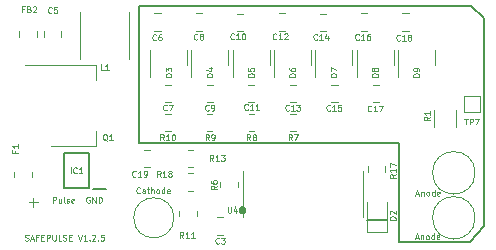
<source format=gto>
G04 #@! TF.GenerationSoftware,KiCad,Pcbnew,8.99.0-1513-g7fef6e8d83*
G04 #@! TF.CreationDate,2024-06-23T17:30:35+12:00*
G04 #@! TF.ProjectId,SafePulse,53616665-5075-46c7-9365-2e6b69636164,V1.2.4*
G04 #@! TF.SameCoordinates,PX78d49e0PY49c7f08*
G04 #@! TF.FileFunction,Legend,Top*
G04 #@! TF.FilePolarity,Positive*
%FSLAX46Y46*%
G04 Gerber Fmt 4.6, Leading zero omitted, Abs format (unit mm)*
G04 Created by KiCad (PCBNEW 8.99.0-1513-g7fef6e8d83) date 2024-06-23 17:30:35*
%MOMM*%
%LPD*%
G01*
G04 APERTURE LIST*
%ADD10C,0.150000*%
%ADD11C,0.075000*%
%ADD12C,0.100000*%
%ADD13C,0.125000*%
%ADD14C,0.200000*%
%ADD15C,0.120000*%
%ADD16C,0.360000*%
G04 APERTURE END LIST*
D10*
X10714000Y8095000D02*
X32700000Y8095000D01*
X31670000Y1595000D02*
X29970000Y1595000D01*
X32700000Y8095000D02*
X32700000Y-205000D01*
X32700000Y-220000D02*
X38771000Y-215787D01*
X10714000Y8095000D02*
X10714000Y19707000D01*
X39897000Y1065000D02*
X38771000Y-215787D01*
X39904000Y18707000D02*
X39897000Y1065000D01*
X38820000Y19707000D02*
X10714000Y19707000D01*
X38820000Y19707000D02*
X39904000Y18707000D01*
D11*
X1066669Y-103600D02*
X1138097Y-127409D01*
X1138097Y-127409D02*
X1257145Y-127409D01*
X1257145Y-127409D02*
X1304764Y-103600D01*
X1304764Y-103600D02*
X1328573Y-79790D01*
X1328573Y-79790D02*
X1352383Y-32171D01*
X1352383Y-32171D02*
X1352383Y15448D01*
X1352383Y15448D02*
X1328573Y63067D01*
X1328573Y63067D02*
X1304764Y86877D01*
X1304764Y86877D02*
X1257145Y110686D01*
X1257145Y110686D02*
X1161907Y134496D01*
X1161907Y134496D02*
X1114288Y158305D01*
X1114288Y158305D02*
X1090478Y182115D01*
X1090478Y182115D02*
X1066669Y229734D01*
X1066669Y229734D02*
X1066669Y277353D01*
X1066669Y277353D02*
X1090478Y324972D01*
X1090478Y324972D02*
X1114288Y348781D01*
X1114288Y348781D02*
X1161907Y372591D01*
X1161907Y372591D02*
X1280954Y372591D01*
X1280954Y372591D02*
X1352383Y348781D01*
X1542859Y15448D02*
X1780954Y15448D01*
X1495240Y-127409D02*
X1661906Y372591D01*
X1661906Y372591D02*
X1828573Y-127409D01*
X2161906Y134496D02*
X1995239Y134496D01*
X1995239Y-127409D02*
X1995239Y372591D01*
X1995239Y372591D02*
X2233334Y372591D01*
X2423810Y134496D02*
X2590477Y134496D01*
X2661905Y-127409D02*
X2423810Y-127409D01*
X2423810Y-127409D02*
X2423810Y372591D01*
X2423810Y372591D02*
X2661905Y372591D01*
X2876191Y-127409D02*
X2876191Y372591D01*
X2876191Y372591D02*
X3066667Y372591D01*
X3066667Y372591D02*
X3114286Y348781D01*
X3114286Y348781D02*
X3138096Y324972D01*
X3138096Y324972D02*
X3161905Y277353D01*
X3161905Y277353D02*
X3161905Y205924D01*
X3161905Y205924D02*
X3138096Y158305D01*
X3138096Y158305D02*
X3114286Y134496D01*
X3114286Y134496D02*
X3066667Y110686D01*
X3066667Y110686D02*
X2876191Y110686D01*
X3376191Y372591D02*
X3376191Y-32171D01*
X3376191Y-32171D02*
X3400001Y-79790D01*
X3400001Y-79790D02*
X3423810Y-103600D01*
X3423810Y-103600D02*
X3471429Y-127409D01*
X3471429Y-127409D02*
X3566667Y-127409D01*
X3566667Y-127409D02*
X3614286Y-103600D01*
X3614286Y-103600D02*
X3638096Y-79790D01*
X3638096Y-79790D02*
X3661905Y-32171D01*
X3661905Y-32171D02*
X3661905Y372591D01*
X4138096Y-127409D02*
X3900001Y-127409D01*
X3900001Y-127409D02*
X3900001Y372591D01*
X4280954Y-103600D02*
X4352382Y-127409D01*
X4352382Y-127409D02*
X4471430Y-127409D01*
X4471430Y-127409D02*
X4519049Y-103600D01*
X4519049Y-103600D02*
X4542858Y-79790D01*
X4542858Y-79790D02*
X4566668Y-32171D01*
X4566668Y-32171D02*
X4566668Y15448D01*
X4566668Y15448D02*
X4542858Y63067D01*
X4542858Y63067D02*
X4519049Y86877D01*
X4519049Y86877D02*
X4471430Y110686D01*
X4471430Y110686D02*
X4376192Y134496D01*
X4376192Y134496D02*
X4328573Y158305D01*
X4328573Y158305D02*
X4304763Y182115D01*
X4304763Y182115D02*
X4280954Y229734D01*
X4280954Y229734D02*
X4280954Y277353D01*
X4280954Y277353D02*
X4304763Y324972D01*
X4304763Y324972D02*
X4328573Y348781D01*
X4328573Y348781D02*
X4376192Y372591D01*
X4376192Y372591D02*
X4495239Y372591D01*
X4495239Y372591D02*
X4566668Y348781D01*
X4780953Y134496D02*
X4947620Y134496D01*
X5019048Y-127409D02*
X4780953Y-127409D01*
X4780953Y-127409D02*
X4780953Y372591D01*
X4780953Y372591D02*
X5019048Y372591D01*
X5542858Y372591D02*
X5709524Y-127409D01*
X5709524Y-127409D02*
X5876191Y372591D01*
X6304762Y-127409D02*
X6019048Y-127409D01*
X6161905Y-127409D02*
X6161905Y372591D01*
X6161905Y372591D02*
X6114286Y301162D01*
X6114286Y301162D02*
X6066667Y253543D01*
X6066667Y253543D02*
X6019048Y229734D01*
X6519047Y-79790D02*
X6542857Y-103600D01*
X6542857Y-103600D02*
X6519047Y-127409D01*
X6519047Y-127409D02*
X6495238Y-103600D01*
X6495238Y-103600D02*
X6519047Y-79790D01*
X6519047Y-79790D02*
X6519047Y-127409D01*
X6733333Y324972D02*
X6757142Y348781D01*
X6757142Y348781D02*
X6804761Y372591D01*
X6804761Y372591D02*
X6923809Y372591D01*
X6923809Y372591D02*
X6971428Y348781D01*
X6971428Y348781D02*
X6995237Y324972D01*
X6995237Y324972D02*
X7019047Y277353D01*
X7019047Y277353D02*
X7019047Y229734D01*
X7019047Y229734D02*
X6995237Y158305D01*
X6995237Y158305D02*
X6709523Y-127409D01*
X6709523Y-127409D02*
X7019047Y-127409D01*
X7233332Y-79790D02*
X7257142Y-103600D01*
X7257142Y-103600D02*
X7233332Y-127409D01*
X7233332Y-127409D02*
X7209523Y-103600D01*
X7209523Y-103600D02*
X7233332Y-79790D01*
X7233332Y-79790D02*
X7233332Y-127409D01*
X7709522Y372591D02*
X7471427Y372591D01*
X7471427Y372591D02*
X7447618Y134496D01*
X7447618Y134496D02*
X7471427Y158305D01*
X7471427Y158305D02*
X7519046Y182115D01*
X7519046Y182115D02*
X7638094Y182115D01*
X7638094Y182115D02*
X7685713Y158305D01*
X7685713Y158305D02*
X7709522Y134496D01*
X7709522Y134496D02*
X7733332Y86877D01*
X7733332Y86877D02*
X7733332Y-32171D01*
X7733332Y-32171D02*
X7709522Y-79790D01*
X7709522Y-79790D02*
X7685713Y-103600D01*
X7685713Y-103600D02*
X7638094Y-127409D01*
X7638094Y-127409D02*
X7519046Y-127409D01*
X7519046Y-127409D02*
X7471427Y-103600D01*
X7471427Y-103600D02*
X7447618Y-79790D01*
D12*
X1379048Y3123534D02*
X2140953Y3123534D01*
X1760000Y2742581D02*
X1760000Y3504486D01*
X3395238Y3073891D02*
X3395238Y3573891D01*
X3395238Y3573891D02*
X3585714Y3573891D01*
X3585714Y3573891D02*
X3633333Y3550081D01*
X3633333Y3550081D02*
X3657143Y3526272D01*
X3657143Y3526272D02*
X3680952Y3478653D01*
X3680952Y3478653D02*
X3680952Y3407224D01*
X3680952Y3407224D02*
X3657143Y3359605D01*
X3657143Y3359605D02*
X3633333Y3335796D01*
X3633333Y3335796D02*
X3585714Y3311986D01*
X3585714Y3311986D02*
X3395238Y3311986D01*
X4109524Y3407224D02*
X4109524Y3073891D01*
X3895238Y3407224D02*
X3895238Y3145320D01*
X3895238Y3145320D02*
X3919048Y3097700D01*
X3919048Y3097700D02*
X3966667Y3073891D01*
X3966667Y3073891D02*
X4038095Y3073891D01*
X4038095Y3073891D02*
X4085714Y3097700D01*
X4085714Y3097700D02*
X4109524Y3121510D01*
X4419048Y3073891D02*
X4371429Y3097700D01*
X4371429Y3097700D02*
X4347619Y3145320D01*
X4347619Y3145320D02*
X4347619Y3573891D01*
X4585715Y3097700D02*
X4633334Y3073891D01*
X4633334Y3073891D02*
X4728572Y3073891D01*
X4728572Y3073891D02*
X4776191Y3097700D01*
X4776191Y3097700D02*
X4800000Y3145320D01*
X4800000Y3145320D02*
X4800000Y3169129D01*
X4800000Y3169129D02*
X4776191Y3216748D01*
X4776191Y3216748D02*
X4728572Y3240558D01*
X4728572Y3240558D02*
X4657143Y3240558D01*
X4657143Y3240558D02*
X4609524Y3264367D01*
X4609524Y3264367D02*
X4585715Y3311986D01*
X4585715Y3311986D02*
X4585715Y3335796D01*
X4585715Y3335796D02*
X4609524Y3383415D01*
X4609524Y3383415D02*
X4657143Y3407224D01*
X4657143Y3407224D02*
X4728572Y3407224D01*
X4728572Y3407224D02*
X4776191Y3383415D01*
X5204762Y3097700D02*
X5157143Y3073891D01*
X5157143Y3073891D02*
X5061905Y3073891D01*
X5061905Y3073891D02*
X5014286Y3097700D01*
X5014286Y3097700D02*
X4990477Y3145320D01*
X4990477Y3145320D02*
X4990477Y3335796D01*
X4990477Y3335796D02*
X5014286Y3383415D01*
X5014286Y3383415D02*
X5061905Y3407224D01*
X5061905Y3407224D02*
X5157143Y3407224D01*
X5157143Y3407224D02*
X5204762Y3383415D01*
X5204762Y3383415D02*
X5228572Y3335796D01*
X5228572Y3335796D02*
X5228572Y3288177D01*
X5228572Y3288177D02*
X4990477Y3240558D01*
X6519047Y3550081D02*
X6471428Y3573891D01*
X6471428Y3573891D02*
X6399999Y3573891D01*
X6399999Y3573891D02*
X6328571Y3550081D01*
X6328571Y3550081D02*
X6280952Y3502462D01*
X6280952Y3502462D02*
X6257142Y3454843D01*
X6257142Y3454843D02*
X6233333Y3359605D01*
X6233333Y3359605D02*
X6233333Y3288177D01*
X6233333Y3288177D02*
X6257142Y3192939D01*
X6257142Y3192939D02*
X6280952Y3145320D01*
X6280952Y3145320D02*
X6328571Y3097700D01*
X6328571Y3097700D02*
X6399999Y3073891D01*
X6399999Y3073891D02*
X6447618Y3073891D01*
X6447618Y3073891D02*
X6519047Y3097700D01*
X6519047Y3097700D02*
X6542856Y3121510D01*
X6542856Y3121510D02*
X6542856Y3288177D01*
X6542856Y3288177D02*
X6447618Y3288177D01*
X6757142Y3073891D02*
X6757142Y3573891D01*
X6757142Y3573891D02*
X7042856Y3073891D01*
X7042856Y3073891D02*
X7042856Y3573891D01*
X7280952Y3073891D02*
X7280952Y3573891D01*
X7280952Y3573891D02*
X7400000Y3573891D01*
X7400000Y3573891D02*
X7471428Y3550081D01*
X7471428Y3550081D02*
X7519047Y3502462D01*
X7519047Y3502462D02*
X7542857Y3454843D01*
X7542857Y3454843D02*
X7566666Y3359605D01*
X7566666Y3359605D02*
X7566666Y3288177D01*
X7566666Y3288177D02*
X7542857Y3192939D01*
X7542857Y3192939D02*
X7519047Y3145320D01*
X7519047Y3145320D02*
X7471428Y3097700D01*
X7471428Y3097700D02*
X7400000Y3073891D01*
X7400000Y3073891D02*
X7280952Y3073891D01*
D13*
X4911905Y5575191D02*
X4911905Y6075191D01*
X5435714Y5622810D02*
X5411905Y5599000D01*
X5411905Y5599000D02*
X5340476Y5575191D01*
X5340476Y5575191D02*
X5292857Y5575191D01*
X5292857Y5575191D02*
X5221429Y5599000D01*
X5221429Y5599000D02*
X5173810Y5646620D01*
X5173810Y5646620D02*
X5150000Y5694239D01*
X5150000Y5694239D02*
X5126191Y5789477D01*
X5126191Y5789477D02*
X5126191Y5860905D01*
X5126191Y5860905D02*
X5150000Y5956143D01*
X5150000Y5956143D02*
X5173810Y6003762D01*
X5173810Y6003762D02*
X5221429Y6051381D01*
X5221429Y6051381D02*
X5292857Y6075191D01*
X5292857Y6075191D02*
X5340476Y6075191D01*
X5340476Y6075191D02*
X5411905Y6051381D01*
X5411905Y6051381D02*
X5435714Y6027572D01*
X5911905Y5575191D02*
X5626191Y5575191D01*
X5769048Y5575191D02*
X5769048Y6075191D01*
X5769048Y6075191D02*
X5721429Y6003762D01*
X5721429Y6003762D02*
X5673810Y5956143D01*
X5673810Y5956143D02*
X5626191Y5932334D01*
D11*
X19917237Y10985210D02*
X19893428Y10961400D01*
X19893428Y10961400D02*
X19821999Y10937591D01*
X19821999Y10937591D02*
X19774380Y10937591D01*
X19774380Y10937591D02*
X19702952Y10961400D01*
X19702952Y10961400D02*
X19655333Y11009020D01*
X19655333Y11009020D02*
X19631523Y11056639D01*
X19631523Y11056639D02*
X19607714Y11151877D01*
X19607714Y11151877D02*
X19607714Y11223305D01*
X19607714Y11223305D02*
X19631523Y11318543D01*
X19631523Y11318543D02*
X19655333Y11366162D01*
X19655333Y11366162D02*
X19702952Y11413781D01*
X19702952Y11413781D02*
X19774380Y11437591D01*
X19774380Y11437591D02*
X19821999Y11437591D01*
X19821999Y11437591D02*
X19893428Y11413781D01*
X19893428Y11413781D02*
X19917237Y11389972D01*
X20393428Y10937591D02*
X20107714Y10937591D01*
X20250571Y10937591D02*
X20250571Y11437591D01*
X20250571Y11437591D02*
X20202952Y11366162D01*
X20202952Y11366162D02*
X20155333Y11318543D01*
X20155333Y11318543D02*
X20107714Y11294734D01*
X20869618Y10937591D02*
X20583904Y10937591D01*
X20726761Y10937591D02*
X20726761Y11437591D01*
X20726761Y11437591D02*
X20679142Y11366162D01*
X20679142Y11366162D02*
X20631523Y11318543D01*
X20631523Y11318543D02*
X20583904Y11294734D01*
X215504Y7483335D02*
X215504Y7316668D01*
X477409Y7316668D02*
X-22591Y7316668D01*
X-22591Y7316668D02*
X-22591Y7554763D01*
X477409Y8007144D02*
X477409Y7721430D01*
X477409Y7864287D02*
X-22591Y7864287D01*
X-22591Y7864287D02*
X48838Y7816668D01*
X48838Y7816668D02*
X96457Y7769049D01*
X96457Y7769049D02*
X120266Y7721430D01*
X16614999Y10925210D02*
X16591190Y10901400D01*
X16591190Y10901400D02*
X16519761Y10877591D01*
X16519761Y10877591D02*
X16472142Y10877591D01*
X16472142Y10877591D02*
X16400714Y10901400D01*
X16400714Y10901400D02*
X16353095Y10949020D01*
X16353095Y10949020D02*
X16329285Y10996639D01*
X16329285Y10996639D02*
X16305476Y11091877D01*
X16305476Y11091877D02*
X16305476Y11163305D01*
X16305476Y11163305D02*
X16329285Y11258543D01*
X16329285Y11258543D02*
X16353095Y11306162D01*
X16353095Y11306162D02*
X16400714Y11353781D01*
X16400714Y11353781D02*
X16472142Y11377591D01*
X16472142Y11377591D02*
X16519761Y11377591D01*
X16519761Y11377591D02*
X16591190Y11353781D01*
X16591190Y11353781D02*
X16614999Y11329972D01*
X16853095Y10877591D02*
X16948333Y10877591D01*
X16948333Y10877591D02*
X16995952Y10901400D01*
X16995952Y10901400D02*
X17019761Y10925210D01*
X17019761Y10925210D02*
X17067380Y10996639D01*
X17067380Y10996639D02*
X17091190Y11091877D01*
X17091190Y11091877D02*
X17091190Y11282353D01*
X17091190Y11282353D02*
X17067380Y11329972D01*
X17067380Y11329972D02*
X17043571Y11353781D01*
X17043571Y11353781D02*
X16995952Y11377591D01*
X16995952Y11377591D02*
X16900714Y11377591D01*
X16900714Y11377591D02*
X16853095Y11353781D01*
X16853095Y11353781D02*
X16829285Y11329972D01*
X16829285Y11329972D02*
X16805476Y11282353D01*
X16805476Y11282353D02*
X16805476Y11163305D01*
X16805476Y11163305D02*
X16829285Y11115686D01*
X16829285Y11115686D02*
X16853095Y11091877D01*
X16853095Y11091877D02*
X16900714Y11068067D01*
X16900714Y11068067D02*
X16995952Y11068067D01*
X16995952Y11068067D02*
X17043571Y11091877D01*
X17043571Y11091877D02*
X17067380Y11115686D01*
X17067380Y11115686D02*
X17091190Y11163305D01*
X34158096Y3825448D02*
X34396191Y3825448D01*
X34110477Y3682591D02*
X34277143Y4182591D01*
X34277143Y4182591D02*
X34443810Y3682591D01*
X34610476Y4015924D02*
X34610476Y3682591D01*
X34610476Y3968305D02*
X34634286Y3992115D01*
X34634286Y3992115D02*
X34681905Y4015924D01*
X34681905Y4015924D02*
X34753333Y4015924D01*
X34753333Y4015924D02*
X34800952Y3992115D01*
X34800952Y3992115D02*
X34824762Y3944496D01*
X34824762Y3944496D02*
X34824762Y3682591D01*
X35134286Y3682591D02*
X35086667Y3706400D01*
X35086667Y3706400D02*
X35062857Y3730210D01*
X35062857Y3730210D02*
X35039048Y3777829D01*
X35039048Y3777829D02*
X35039048Y3920686D01*
X35039048Y3920686D02*
X35062857Y3968305D01*
X35062857Y3968305D02*
X35086667Y3992115D01*
X35086667Y3992115D02*
X35134286Y4015924D01*
X35134286Y4015924D02*
X35205714Y4015924D01*
X35205714Y4015924D02*
X35253333Y3992115D01*
X35253333Y3992115D02*
X35277143Y3968305D01*
X35277143Y3968305D02*
X35300952Y3920686D01*
X35300952Y3920686D02*
X35300952Y3777829D01*
X35300952Y3777829D02*
X35277143Y3730210D01*
X35277143Y3730210D02*
X35253333Y3706400D01*
X35253333Y3706400D02*
X35205714Y3682591D01*
X35205714Y3682591D02*
X35134286Y3682591D01*
X35729524Y3682591D02*
X35729524Y4182591D01*
X35729524Y3706400D02*
X35681905Y3682591D01*
X35681905Y3682591D02*
X35586667Y3682591D01*
X35586667Y3682591D02*
X35539048Y3706400D01*
X35539048Y3706400D02*
X35515238Y3730210D01*
X35515238Y3730210D02*
X35491429Y3777829D01*
X35491429Y3777829D02*
X35491429Y3920686D01*
X35491429Y3920686D02*
X35515238Y3968305D01*
X35515238Y3968305D02*
X35539048Y3992115D01*
X35539048Y3992115D02*
X35586667Y4015924D01*
X35586667Y4015924D02*
X35681905Y4015924D01*
X35681905Y4015924D02*
X35729524Y3992115D01*
X36158095Y3706400D02*
X36110476Y3682591D01*
X36110476Y3682591D02*
X36015238Y3682591D01*
X36015238Y3682591D02*
X35967619Y3706400D01*
X35967619Y3706400D02*
X35943810Y3754020D01*
X35943810Y3754020D02*
X35943810Y3944496D01*
X35943810Y3944496D02*
X35967619Y3992115D01*
X35967619Y3992115D02*
X36015238Y4015924D01*
X36015238Y4015924D02*
X36110476Y4015924D01*
X36110476Y4015924D02*
X36158095Y3992115D01*
X36158095Y3992115D02*
X36181905Y3944496D01*
X36181905Y3944496D02*
X36181905Y3896877D01*
X36181905Y3896877D02*
X35943810Y3849258D01*
X34118096Y115448D02*
X34356191Y115448D01*
X34070477Y-27409D02*
X34237143Y472591D01*
X34237143Y472591D02*
X34403810Y-27409D01*
X34570476Y305924D02*
X34570476Y-27409D01*
X34570476Y258305D02*
X34594286Y282115D01*
X34594286Y282115D02*
X34641905Y305924D01*
X34641905Y305924D02*
X34713333Y305924D01*
X34713333Y305924D02*
X34760952Y282115D01*
X34760952Y282115D02*
X34784762Y234496D01*
X34784762Y234496D02*
X34784762Y-27409D01*
X35094286Y-27409D02*
X35046667Y-3600D01*
X35046667Y-3600D02*
X35022857Y20210D01*
X35022857Y20210D02*
X34999048Y67829D01*
X34999048Y67829D02*
X34999048Y210686D01*
X34999048Y210686D02*
X35022857Y258305D01*
X35022857Y258305D02*
X35046667Y282115D01*
X35046667Y282115D02*
X35094286Y305924D01*
X35094286Y305924D02*
X35165714Y305924D01*
X35165714Y305924D02*
X35213333Y282115D01*
X35213333Y282115D02*
X35237143Y258305D01*
X35237143Y258305D02*
X35260952Y210686D01*
X35260952Y210686D02*
X35260952Y67829D01*
X35260952Y67829D02*
X35237143Y20210D01*
X35237143Y20210D02*
X35213333Y-3600D01*
X35213333Y-3600D02*
X35165714Y-27409D01*
X35165714Y-27409D02*
X35094286Y-27409D01*
X35689524Y-27409D02*
X35689524Y472591D01*
X35689524Y-3600D02*
X35641905Y-27409D01*
X35641905Y-27409D02*
X35546667Y-27409D01*
X35546667Y-27409D02*
X35499048Y-3600D01*
X35499048Y-3600D02*
X35475238Y20210D01*
X35475238Y20210D02*
X35451429Y67829D01*
X35451429Y67829D02*
X35451429Y210686D01*
X35451429Y210686D02*
X35475238Y258305D01*
X35475238Y258305D02*
X35499048Y282115D01*
X35499048Y282115D02*
X35546667Y305924D01*
X35546667Y305924D02*
X35641905Y305924D01*
X35641905Y305924D02*
X35689524Y282115D01*
X36118095Y-3600D02*
X36070476Y-27409D01*
X36070476Y-27409D02*
X35975238Y-27409D01*
X35975238Y-27409D02*
X35927619Y-3600D01*
X35927619Y-3600D02*
X35903810Y44020D01*
X35903810Y44020D02*
X35903810Y234496D01*
X35903810Y234496D02*
X35927619Y282115D01*
X35927619Y282115D02*
X35975238Y305924D01*
X35975238Y305924D02*
X36070476Y305924D01*
X36070476Y305924D02*
X36118095Y282115D01*
X36118095Y282115D02*
X36141905Y234496D01*
X36141905Y234496D02*
X36141905Y186877D01*
X36141905Y186877D02*
X35903810Y139258D01*
X30927409Y13745953D02*
X30427409Y13745953D01*
X30427409Y13745953D02*
X30427409Y13865001D01*
X30427409Y13865001D02*
X30451219Y13936429D01*
X30451219Y13936429D02*
X30498838Y13984048D01*
X30498838Y13984048D02*
X30546457Y14007858D01*
X30546457Y14007858D02*
X30641695Y14031667D01*
X30641695Y14031667D02*
X30713123Y14031667D01*
X30713123Y14031667D02*
X30808361Y14007858D01*
X30808361Y14007858D02*
X30855980Y13984048D01*
X30855980Y13984048D02*
X30903600Y13936429D01*
X30903600Y13936429D02*
X30927409Y13865001D01*
X30927409Y13865001D02*
X30927409Y13745953D01*
X30641695Y14317382D02*
X30617885Y14269763D01*
X30617885Y14269763D02*
X30594076Y14245953D01*
X30594076Y14245953D02*
X30546457Y14222144D01*
X30546457Y14222144D02*
X30522647Y14222144D01*
X30522647Y14222144D02*
X30475028Y14245953D01*
X30475028Y14245953D02*
X30451219Y14269763D01*
X30451219Y14269763D02*
X30427409Y14317382D01*
X30427409Y14317382D02*
X30427409Y14412620D01*
X30427409Y14412620D02*
X30451219Y14460239D01*
X30451219Y14460239D02*
X30475028Y14484048D01*
X30475028Y14484048D02*
X30522647Y14507858D01*
X30522647Y14507858D02*
X30546457Y14507858D01*
X30546457Y14507858D02*
X30594076Y14484048D01*
X30594076Y14484048D02*
X30617885Y14460239D01*
X30617885Y14460239D02*
X30641695Y14412620D01*
X30641695Y14412620D02*
X30641695Y14317382D01*
X30641695Y14317382D02*
X30665504Y14269763D01*
X30665504Y14269763D02*
X30689314Y14245953D01*
X30689314Y14245953D02*
X30736933Y14222144D01*
X30736933Y14222144D02*
X30832171Y14222144D01*
X30832171Y14222144D02*
X30879790Y14245953D01*
X30879790Y14245953D02*
X30903600Y14269763D01*
X30903600Y14269763D02*
X30927409Y14317382D01*
X30927409Y14317382D02*
X30927409Y14412620D01*
X30927409Y14412620D02*
X30903600Y14460239D01*
X30903600Y14460239D02*
X30879790Y14484048D01*
X30879790Y14484048D02*
X30832171Y14507858D01*
X30832171Y14507858D02*
X30736933Y14507858D01*
X30736933Y14507858D02*
X30689314Y14484048D01*
X30689314Y14484048D02*
X30665504Y14460239D01*
X30665504Y14460239D02*
X30641695Y14412620D01*
X16927409Y13745953D02*
X16427409Y13745953D01*
X16427409Y13745953D02*
X16427409Y13865001D01*
X16427409Y13865001D02*
X16451219Y13936429D01*
X16451219Y13936429D02*
X16498838Y13984048D01*
X16498838Y13984048D02*
X16546457Y14007858D01*
X16546457Y14007858D02*
X16641695Y14031667D01*
X16641695Y14031667D02*
X16713123Y14031667D01*
X16713123Y14031667D02*
X16808361Y14007858D01*
X16808361Y14007858D02*
X16855980Y13984048D01*
X16855980Y13984048D02*
X16903600Y13936429D01*
X16903600Y13936429D02*
X16927409Y13865001D01*
X16927409Y13865001D02*
X16927409Y13745953D01*
X16594076Y14460239D02*
X16927409Y14460239D01*
X16403600Y14341191D02*
X16760742Y14222144D01*
X16760742Y14222144D02*
X16760742Y14531667D01*
X22348571Y16955210D02*
X22324762Y16931400D01*
X22324762Y16931400D02*
X22253333Y16907591D01*
X22253333Y16907591D02*
X22205714Y16907591D01*
X22205714Y16907591D02*
X22134286Y16931400D01*
X22134286Y16931400D02*
X22086667Y16979020D01*
X22086667Y16979020D02*
X22062857Y17026639D01*
X22062857Y17026639D02*
X22039048Y17121877D01*
X22039048Y17121877D02*
X22039048Y17193305D01*
X22039048Y17193305D02*
X22062857Y17288543D01*
X22062857Y17288543D02*
X22086667Y17336162D01*
X22086667Y17336162D02*
X22134286Y17383781D01*
X22134286Y17383781D02*
X22205714Y17407591D01*
X22205714Y17407591D02*
X22253333Y17407591D01*
X22253333Y17407591D02*
X22324762Y17383781D01*
X22324762Y17383781D02*
X22348571Y17359972D01*
X22824762Y16907591D02*
X22539048Y16907591D01*
X22681905Y16907591D02*
X22681905Y17407591D01*
X22681905Y17407591D02*
X22634286Y17336162D01*
X22634286Y17336162D02*
X22586667Y17288543D01*
X22586667Y17288543D02*
X22539048Y17264734D01*
X23015238Y17359972D02*
X23039047Y17383781D01*
X23039047Y17383781D02*
X23086666Y17407591D01*
X23086666Y17407591D02*
X23205714Y17407591D01*
X23205714Y17407591D02*
X23253333Y17383781D01*
X23253333Y17383781D02*
X23277142Y17359972D01*
X23277142Y17359972D02*
X23300952Y17312353D01*
X23300952Y17312353D02*
X23300952Y17264734D01*
X23300952Y17264734D02*
X23277142Y17193305D01*
X23277142Y17193305D02*
X22991428Y16907591D01*
X22991428Y16907591D02*
X23300952Y16907591D01*
X23397570Y10925210D02*
X23373761Y10901400D01*
X23373761Y10901400D02*
X23302332Y10877591D01*
X23302332Y10877591D02*
X23254713Y10877591D01*
X23254713Y10877591D02*
X23183285Y10901400D01*
X23183285Y10901400D02*
X23135666Y10949020D01*
X23135666Y10949020D02*
X23111856Y10996639D01*
X23111856Y10996639D02*
X23088047Y11091877D01*
X23088047Y11091877D02*
X23088047Y11163305D01*
X23088047Y11163305D02*
X23111856Y11258543D01*
X23111856Y11258543D02*
X23135666Y11306162D01*
X23135666Y11306162D02*
X23183285Y11353781D01*
X23183285Y11353781D02*
X23254713Y11377591D01*
X23254713Y11377591D02*
X23302332Y11377591D01*
X23302332Y11377591D02*
X23373761Y11353781D01*
X23373761Y11353781D02*
X23397570Y11329972D01*
X23873761Y10877591D02*
X23588047Y10877591D01*
X23730904Y10877591D02*
X23730904Y11377591D01*
X23730904Y11377591D02*
X23683285Y11306162D01*
X23683285Y11306162D02*
X23635666Y11258543D01*
X23635666Y11258543D02*
X23588047Y11234734D01*
X24040427Y11377591D02*
X24349951Y11377591D01*
X24349951Y11377591D02*
X24183284Y11187115D01*
X24183284Y11187115D02*
X24254713Y11187115D01*
X24254713Y11187115D02*
X24302332Y11163305D01*
X24302332Y11163305D02*
X24326141Y11139496D01*
X24326141Y11139496D02*
X24349951Y11091877D01*
X24349951Y11091877D02*
X24349951Y10972829D01*
X24349951Y10972829D02*
X24326141Y10925210D01*
X24326141Y10925210D02*
X24302332Y10901400D01*
X24302332Y10901400D02*
X24254713Y10877591D01*
X24254713Y10877591D02*
X24111856Y10877591D01*
X24111856Y10877591D02*
X24064237Y10901400D01*
X24064237Y10901400D02*
X24040427Y10925210D01*
X32427409Y5478572D02*
X32189314Y5311906D01*
X32427409Y5192858D02*
X31927409Y5192858D01*
X31927409Y5192858D02*
X31927409Y5383334D01*
X31927409Y5383334D02*
X31951219Y5430953D01*
X31951219Y5430953D02*
X31975028Y5454763D01*
X31975028Y5454763D02*
X32022647Y5478572D01*
X32022647Y5478572D02*
X32094076Y5478572D01*
X32094076Y5478572D02*
X32141695Y5454763D01*
X32141695Y5454763D02*
X32165504Y5430953D01*
X32165504Y5430953D02*
X32189314Y5383334D01*
X32189314Y5383334D02*
X32189314Y5192858D01*
X32427409Y5954763D02*
X32427409Y5669049D01*
X32427409Y5811906D02*
X31927409Y5811906D01*
X31927409Y5811906D02*
X31998838Y5764287D01*
X31998838Y5764287D02*
X32046457Y5716668D01*
X32046457Y5716668D02*
X32070266Y5669049D01*
X31927409Y6121429D02*
X31927409Y6454762D01*
X31927409Y6454762D02*
X32427409Y6240477D01*
X18748571Y16955210D02*
X18724762Y16931400D01*
X18724762Y16931400D02*
X18653333Y16907591D01*
X18653333Y16907591D02*
X18605714Y16907591D01*
X18605714Y16907591D02*
X18534286Y16931400D01*
X18534286Y16931400D02*
X18486667Y16979020D01*
X18486667Y16979020D02*
X18462857Y17026639D01*
X18462857Y17026639D02*
X18439048Y17121877D01*
X18439048Y17121877D02*
X18439048Y17193305D01*
X18439048Y17193305D02*
X18462857Y17288543D01*
X18462857Y17288543D02*
X18486667Y17336162D01*
X18486667Y17336162D02*
X18534286Y17383781D01*
X18534286Y17383781D02*
X18605714Y17407591D01*
X18605714Y17407591D02*
X18653333Y17407591D01*
X18653333Y17407591D02*
X18724762Y17383781D01*
X18724762Y17383781D02*
X18748571Y17359972D01*
X19224762Y16907591D02*
X18939048Y16907591D01*
X19081905Y16907591D02*
X19081905Y17407591D01*
X19081905Y17407591D02*
X19034286Y17336162D01*
X19034286Y17336162D02*
X18986667Y17288543D01*
X18986667Y17288543D02*
X18939048Y17264734D01*
X19534285Y17407591D02*
X19581904Y17407591D01*
X19581904Y17407591D02*
X19629523Y17383781D01*
X19629523Y17383781D02*
X19653333Y17359972D01*
X19653333Y17359972D02*
X19677142Y17312353D01*
X19677142Y17312353D02*
X19700952Y17217115D01*
X19700952Y17217115D02*
X19700952Y17098067D01*
X19700952Y17098067D02*
X19677142Y17002829D01*
X19677142Y17002829D02*
X19653333Y16955210D01*
X19653333Y16955210D02*
X19629523Y16931400D01*
X19629523Y16931400D02*
X19581904Y16907591D01*
X19581904Y16907591D02*
X19534285Y16907591D01*
X19534285Y16907591D02*
X19486666Y16931400D01*
X19486666Y16931400D02*
X19462857Y16955210D01*
X19462857Y16955210D02*
X19439047Y17002829D01*
X19439047Y17002829D02*
X19415238Y17098067D01*
X19415238Y17098067D02*
X19415238Y17217115D01*
X19415238Y17217115D02*
X19439047Y17312353D01*
X19439047Y17312353D02*
X19462857Y17359972D01*
X19462857Y17359972D02*
X19486666Y17383781D01*
X19486666Y17383781D02*
X19534285Y17407591D01*
X13451409Y13745953D02*
X12951409Y13745953D01*
X12951409Y13745953D02*
X12951409Y13865001D01*
X12951409Y13865001D02*
X12975219Y13936429D01*
X12975219Y13936429D02*
X13022838Y13984048D01*
X13022838Y13984048D02*
X13070457Y14007858D01*
X13070457Y14007858D02*
X13165695Y14031667D01*
X13165695Y14031667D02*
X13237123Y14031667D01*
X13237123Y14031667D02*
X13332361Y14007858D01*
X13332361Y14007858D02*
X13379980Y13984048D01*
X13379980Y13984048D02*
X13427600Y13936429D01*
X13427600Y13936429D02*
X13451409Y13865001D01*
X13451409Y13865001D02*
X13451409Y13745953D01*
X12951409Y14198334D02*
X12951409Y14507858D01*
X12951409Y14507858D02*
X13141885Y14341191D01*
X13141885Y14341191D02*
X13141885Y14412620D01*
X13141885Y14412620D02*
X13165695Y14460239D01*
X13165695Y14460239D02*
X13189504Y14484048D01*
X13189504Y14484048D02*
X13237123Y14507858D01*
X13237123Y14507858D02*
X13356171Y14507858D01*
X13356171Y14507858D02*
X13403790Y14484048D01*
X13403790Y14484048D02*
X13427600Y14460239D01*
X13427600Y14460239D02*
X13451409Y14412620D01*
X13451409Y14412620D02*
X13451409Y14269763D01*
X13451409Y14269763D02*
X13427600Y14222144D01*
X13427600Y14222144D02*
X13403790Y14198334D01*
X20128664Y8367591D02*
X19961998Y8605686D01*
X19842950Y8367591D02*
X19842950Y8867591D01*
X19842950Y8867591D02*
X20033426Y8867591D01*
X20033426Y8867591D02*
X20081045Y8843781D01*
X20081045Y8843781D02*
X20104855Y8819972D01*
X20104855Y8819972D02*
X20128664Y8772353D01*
X20128664Y8772353D02*
X20128664Y8700924D01*
X20128664Y8700924D02*
X20104855Y8653305D01*
X20104855Y8653305D02*
X20081045Y8629496D01*
X20081045Y8629496D02*
X20033426Y8605686D01*
X20033426Y8605686D02*
X19842950Y8605686D01*
X20414379Y8653305D02*
X20366760Y8677115D01*
X20366760Y8677115D02*
X20342950Y8700924D01*
X20342950Y8700924D02*
X20319141Y8748543D01*
X20319141Y8748543D02*
X20319141Y8772353D01*
X20319141Y8772353D02*
X20342950Y8819972D01*
X20342950Y8819972D02*
X20366760Y8843781D01*
X20366760Y8843781D02*
X20414379Y8867591D01*
X20414379Y8867591D02*
X20509617Y8867591D01*
X20509617Y8867591D02*
X20557236Y8843781D01*
X20557236Y8843781D02*
X20581045Y8819972D01*
X20581045Y8819972D02*
X20604855Y8772353D01*
X20604855Y8772353D02*
X20604855Y8748543D01*
X20604855Y8748543D02*
X20581045Y8700924D01*
X20581045Y8700924D02*
X20557236Y8677115D01*
X20557236Y8677115D02*
X20509617Y8653305D01*
X20509617Y8653305D02*
X20414379Y8653305D01*
X20414379Y8653305D02*
X20366760Y8629496D01*
X20366760Y8629496D02*
X20342950Y8605686D01*
X20342950Y8605686D02*
X20319141Y8558067D01*
X20319141Y8558067D02*
X20319141Y8462829D01*
X20319141Y8462829D02*
X20342950Y8415210D01*
X20342950Y8415210D02*
X20366760Y8391400D01*
X20366760Y8391400D02*
X20414379Y8367591D01*
X20414379Y8367591D02*
X20509617Y8367591D01*
X20509617Y8367591D02*
X20557236Y8391400D01*
X20557236Y8391400D02*
X20581045Y8415210D01*
X20581045Y8415210D02*
X20604855Y8462829D01*
X20604855Y8462829D02*
X20604855Y8558067D01*
X20604855Y8558067D02*
X20581045Y8605686D01*
X20581045Y8605686D02*
X20557236Y8629496D01*
X20557236Y8629496D02*
X20509617Y8653305D01*
X993334Y19459496D02*
X826667Y19459496D01*
X826667Y19197591D02*
X826667Y19697591D01*
X826667Y19697591D02*
X1064762Y19697591D01*
X1421905Y19459496D02*
X1493333Y19435686D01*
X1493333Y19435686D02*
X1517143Y19411877D01*
X1517143Y19411877D02*
X1540952Y19364258D01*
X1540952Y19364258D02*
X1540952Y19292829D01*
X1540952Y19292829D02*
X1517143Y19245210D01*
X1517143Y19245210D02*
X1493333Y19221400D01*
X1493333Y19221400D02*
X1445714Y19197591D01*
X1445714Y19197591D02*
X1255238Y19197591D01*
X1255238Y19197591D02*
X1255238Y19697591D01*
X1255238Y19697591D02*
X1421905Y19697591D01*
X1421905Y19697591D02*
X1469524Y19673781D01*
X1469524Y19673781D02*
X1493333Y19649972D01*
X1493333Y19649972D02*
X1517143Y19602353D01*
X1517143Y19602353D02*
X1517143Y19554734D01*
X1517143Y19554734D02*
X1493333Y19507115D01*
X1493333Y19507115D02*
X1469524Y19483305D01*
X1469524Y19483305D02*
X1421905Y19459496D01*
X1421905Y19459496D02*
X1255238Y19459496D01*
X1731429Y19649972D02*
X1755238Y19673781D01*
X1755238Y19673781D02*
X1802857Y19697591D01*
X1802857Y19697591D02*
X1921905Y19697591D01*
X1921905Y19697591D02*
X1969524Y19673781D01*
X1969524Y19673781D02*
X1993333Y19649972D01*
X1993333Y19649972D02*
X2017143Y19602353D01*
X2017143Y19602353D02*
X2017143Y19554734D01*
X2017143Y19554734D02*
X1993333Y19483305D01*
X1993333Y19483305D02*
X1707619Y19197591D01*
X1707619Y19197591D02*
X2017143Y19197591D01*
X23655665Y8367591D02*
X23488999Y8605686D01*
X23369951Y8367591D02*
X23369951Y8867591D01*
X23369951Y8867591D02*
X23560427Y8867591D01*
X23560427Y8867591D02*
X23608046Y8843781D01*
X23608046Y8843781D02*
X23631856Y8819972D01*
X23631856Y8819972D02*
X23655665Y8772353D01*
X23655665Y8772353D02*
X23655665Y8700924D01*
X23655665Y8700924D02*
X23631856Y8653305D01*
X23631856Y8653305D02*
X23608046Y8629496D01*
X23608046Y8629496D02*
X23560427Y8605686D01*
X23560427Y8605686D02*
X23369951Y8605686D01*
X23822332Y8867591D02*
X24155665Y8867591D01*
X24155665Y8867591D02*
X23941380Y8367591D01*
X17297409Y4511667D02*
X17059314Y4345001D01*
X17297409Y4225953D02*
X16797409Y4225953D01*
X16797409Y4225953D02*
X16797409Y4416429D01*
X16797409Y4416429D02*
X16821219Y4464048D01*
X16821219Y4464048D02*
X16845028Y4487858D01*
X16845028Y4487858D02*
X16892647Y4511667D01*
X16892647Y4511667D02*
X16964076Y4511667D01*
X16964076Y4511667D02*
X17011695Y4487858D01*
X17011695Y4487858D02*
X17035504Y4464048D01*
X17035504Y4464048D02*
X17059314Y4416429D01*
X17059314Y4416429D02*
X17059314Y4225953D01*
X16797409Y4940239D02*
X16797409Y4845001D01*
X16797409Y4845001D02*
X16821219Y4797382D01*
X16821219Y4797382D02*
X16845028Y4773572D01*
X16845028Y4773572D02*
X16916457Y4725953D01*
X16916457Y4725953D02*
X17011695Y4702144D01*
X17011695Y4702144D02*
X17202171Y4702144D01*
X17202171Y4702144D02*
X17249790Y4725953D01*
X17249790Y4725953D02*
X17273600Y4749763D01*
X17273600Y4749763D02*
X17297409Y4797382D01*
X17297409Y4797382D02*
X17297409Y4892620D01*
X17297409Y4892620D02*
X17273600Y4940239D01*
X17273600Y4940239D02*
X17249790Y4964048D01*
X17249790Y4964048D02*
X17202171Y4987858D01*
X17202171Y4987858D02*
X17083123Y4987858D01*
X17083123Y4987858D02*
X17035504Y4964048D01*
X17035504Y4964048D02*
X17011695Y4940239D01*
X17011695Y4940239D02*
X16987885Y4892620D01*
X16987885Y4892620D02*
X16987885Y4797382D01*
X16987885Y4797382D02*
X17011695Y4749763D01*
X17011695Y4749763D02*
X17035504Y4725953D01*
X17035504Y4725953D02*
X17083123Y4702144D01*
X26887903Y10905210D02*
X26864094Y10881400D01*
X26864094Y10881400D02*
X26792665Y10857591D01*
X26792665Y10857591D02*
X26745046Y10857591D01*
X26745046Y10857591D02*
X26673618Y10881400D01*
X26673618Y10881400D02*
X26625999Y10929020D01*
X26625999Y10929020D02*
X26602189Y10976639D01*
X26602189Y10976639D02*
X26578380Y11071877D01*
X26578380Y11071877D02*
X26578380Y11143305D01*
X26578380Y11143305D02*
X26602189Y11238543D01*
X26602189Y11238543D02*
X26625999Y11286162D01*
X26625999Y11286162D02*
X26673618Y11333781D01*
X26673618Y11333781D02*
X26745046Y11357591D01*
X26745046Y11357591D02*
X26792665Y11357591D01*
X26792665Y11357591D02*
X26864094Y11333781D01*
X26864094Y11333781D02*
X26887903Y11309972D01*
X27364094Y10857591D02*
X27078380Y10857591D01*
X27221237Y10857591D02*
X27221237Y11357591D01*
X27221237Y11357591D02*
X27173618Y11286162D01*
X27173618Y11286162D02*
X27125999Y11238543D01*
X27125999Y11238543D02*
X27078380Y11214734D01*
X27816474Y11357591D02*
X27578379Y11357591D01*
X27578379Y11357591D02*
X27554570Y11119496D01*
X27554570Y11119496D02*
X27578379Y11143305D01*
X27578379Y11143305D02*
X27625998Y11167115D01*
X27625998Y11167115D02*
X27745046Y11167115D01*
X27745046Y11167115D02*
X27792665Y11143305D01*
X27792665Y11143305D02*
X27816474Y11119496D01*
X27816474Y11119496D02*
X27840284Y11071877D01*
X27840284Y11071877D02*
X27840284Y10952829D01*
X27840284Y10952829D02*
X27816474Y10905210D01*
X27816474Y10905210D02*
X27792665Y10881400D01*
X27792665Y10881400D02*
X27745046Y10857591D01*
X27745046Y10857591D02*
X27625998Y10857591D01*
X27625998Y10857591D02*
X27578379Y10881400D01*
X27578379Y10881400D02*
X27554570Y10905210D01*
X23927409Y13745953D02*
X23427409Y13745953D01*
X23427409Y13745953D02*
X23427409Y13865001D01*
X23427409Y13865001D02*
X23451219Y13936429D01*
X23451219Y13936429D02*
X23498838Y13984048D01*
X23498838Y13984048D02*
X23546457Y14007858D01*
X23546457Y14007858D02*
X23641695Y14031667D01*
X23641695Y14031667D02*
X23713123Y14031667D01*
X23713123Y14031667D02*
X23808361Y14007858D01*
X23808361Y14007858D02*
X23855980Y13984048D01*
X23855980Y13984048D02*
X23903600Y13936429D01*
X23903600Y13936429D02*
X23927409Y13865001D01*
X23927409Y13865001D02*
X23927409Y13745953D01*
X23427409Y14460239D02*
X23427409Y14365001D01*
X23427409Y14365001D02*
X23451219Y14317382D01*
X23451219Y14317382D02*
X23475028Y14293572D01*
X23475028Y14293572D02*
X23546457Y14245953D01*
X23546457Y14245953D02*
X23641695Y14222144D01*
X23641695Y14222144D02*
X23832171Y14222144D01*
X23832171Y14222144D02*
X23879790Y14245953D01*
X23879790Y14245953D02*
X23903600Y14269763D01*
X23903600Y14269763D02*
X23927409Y14317382D01*
X23927409Y14317382D02*
X23927409Y14412620D01*
X23927409Y14412620D02*
X23903600Y14460239D01*
X23903600Y14460239D02*
X23879790Y14484048D01*
X23879790Y14484048D02*
X23832171Y14507858D01*
X23832171Y14507858D02*
X23713123Y14507858D01*
X23713123Y14507858D02*
X23665504Y14484048D01*
X23665504Y14484048D02*
X23641695Y14460239D01*
X23641695Y14460239D02*
X23617885Y14412620D01*
X23617885Y14412620D02*
X23617885Y14317382D01*
X23617885Y14317382D02*
X23641695Y14269763D01*
X23641695Y14269763D02*
X23665504Y14245953D01*
X23665504Y14245953D02*
X23713123Y14222144D01*
X10792857Y3920210D02*
X10769048Y3896400D01*
X10769048Y3896400D02*
X10697619Y3872591D01*
X10697619Y3872591D02*
X10650000Y3872591D01*
X10650000Y3872591D02*
X10578572Y3896400D01*
X10578572Y3896400D02*
X10530953Y3944020D01*
X10530953Y3944020D02*
X10507143Y3991639D01*
X10507143Y3991639D02*
X10483334Y4086877D01*
X10483334Y4086877D02*
X10483334Y4158305D01*
X10483334Y4158305D02*
X10507143Y4253543D01*
X10507143Y4253543D02*
X10530953Y4301162D01*
X10530953Y4301162D02*
X10578572Y4348781D01*
X10578572Y4348781D02*
X10650000Y4372591D01*
X10650000Y4372591D02*
X10697619Y4372591D01*
X10697619Y4372591D02*
X10769048Y4348781D01*
X10769048Y4348781D02*
X10792857Y4324972D01*
X11221429Y3872591D02*
X11221429Y4134496D01*
X11221429Y4134496D02*
X11197619Y4182115D01*
X11197619Y4182115D02*
X11150000Y4205924D01*
X11150000Y4205924D02*
X11054762Y4205924D01*
X11054762Y4205924D02*
X11007143Y4182115D01*
X11221429Y3896400D02*
X11173810Y3872591D01*
X11173810Y3872591D02*
X11054762Y3872591D01*
X11054762Y3872591D02*
X11007143Y3896400D01*
X11007143Y3896400D02*
X10983334Y3944020D01*
X10983334Y3944020D02*
X10983334Y3991639D01*
X10983334Y3991639D02*
X11007143Y4039258D01*
X11007143Y4039258D02*
X11054762Y4063067D01*
X11054762Y4063067D02*
X11173810Y4063067D01*
X11173810Y4063067D02*
X11221429Y4086877D01*
X11388096Y4205924D02*
X11578572Y4205924D01*
X11459524Y4372591D02*
X11459524Y3944020D01*
X11459524Y3944020D02*
X11483334Y3896400D01*
X11483334Y3896400D02*
X11530953Y3872591D01*
X11530953Y3872591D02*
X11578572Y3872591D01*
X11745238Y3872591D02*
X11745238Y4372591D01*
X11959524Y3872591D02*
X11959524Y4134496D01*
X11959524Y4134496D02*
X11935714Y4182115D01*
X11935714Y4182115D02*
X11888095Y4205924D01*
X11888095Y4205924D02*
X11816667Y4205924D01*
X11816667Y4205924D02*
X11769048Y4182115D01*
X11769048Y4182115D02*
X11745238Y4158305D01*
X12269048Y3872591D02*
X12221429Y3896400D01*
X12221429Y3896400D02*
X12197619Y3920210D01*
X12197619Y3920210D02*
X12173810Y3967829D01*
X12173810Y3967829D02*
X12173810Y4110686D01*
X12173810Y4110686D02*
X12197619Y4158305D01*
X12197619Y4158305D02*
X12221429Y4182115D01*
X12221429Y4182115D02*
X12269048Y4205924D01*
X12269048Y4205924D02*
X12340476Y4205924D01*
X12340476Y4205924D02*
X12388095Y4182115D01*
X12388095Y4182115D02*
X12411905Y4158305D01*
X12411905Y4158305D02*
X12435714Y4110686D01*
X12435714Y4110686D02*
X12435714Y3967829D01*
X12435714Y3967829D02*
X12411905Y3920210D01*
X12411905Y3920210D02*
X12388095Y3896400D01*
X12388095Y3896400D02*
X12340476Y3872591D01*
X12340476Y3872591D02*
X12269048Y3872591D01*
X12864286Y3872591D02*
X12864286Y4372591D01*
X12864286Y3896400D02*
X12816667Y3872591D01*
X12816667Y3872591D02*
X12721429Y3872591D01*
X12721429Y3872591D02*
X12673810Y3896400D01*
X12673810Y3896400D02*
X12650000Y3920210D01*
X12650000Y3920210D02*
X12626191Y3967829D01*
X12626191Y3967829D02*
X12626191Y4110686D01*
X12626191Y4110686D02*
X12650000Y4158305D01*
X12650000Y4158305D02*
X12673810Y4182115D01*
X12673810Y4182115D02*
X12721429Y4205924D01*
X12721429Y4205924D02*
X12816667Y4205924D01*
X12816667Y4205924D02*
X12864286Y4182115D01*
X13292857Y3896400D02*
X13245238Y3872591D01*
X13245238Y3872591D02*
X13150000Y3872591D01*
X13150000Y3872591D02*
X13102381Y3896400D01*
X13102381Y3896400D02*
X13078572Y3944020D01*
X13078572Y3944020D02*
X13078572Y4134496D01*
X13078572Y4134496D02*
X13102381Y4182115D01*
X13102381Y4182115D02*
X13150000Y4205924D01*
X13150000Y4205924D02*
X13245238Y4205924D01*
X13245238Y4205924D02*
X13292857Y4182115D01*
X13292857Y4182115D02*
X13316667Y4134496D01*
X13316667Y4134496D02*
X13316667Y4086877D01*
X13316667Y4086877D02*
X13078572Y4039258D01*
X27427409Y13745953D02*
X26927409Y13745953D01*
X26927409Y13745953D02*
X26927409Y13865001D01*
X26927409Y13865001D02*
X26951219Y13936429D01*
X26951219Y13936429D02*
X26998838Y13984048D01*
X26998838Y13984048D02*
X27046457Y14007858D01*
X27046457Y14007858D02*
X27141695Y14031667D01*
X27141695Y14031667D02*
X27213123Y14031667D01*
X27213123Y14031667D02*
X27308361Y14007858D01*
X27308361Y14007858D02*
X27355980Y13984048D01*
X27355980Y13984048D02*
X27403600Y13936429D01*
X27403600Y13936429D02*
X27427409Y13865001D01*
X27427409Y13865001D02*
X27427409Y13745953D01*
X26927409Y14198334D02*
X26927409Y14531667D01*
X26927409Y14531667D02*
X27427409Y14317382D01*
X12146666Y16875210D02*
X12122857Y16851400D01*
X12122857Y16851400D02*
X12051428Y16827591D01*
X12051428Y16827591D02*
X12003809Y16827591D01*
X12003809Y16827591D02*
X11932381Y16851400D01*
X11932381Y16851400D02*
X11884762Y16899020D01*
X11884762Y16899020D02*
X11860952Y16946639D01*
X11860952Y16946639D02*
X11837143Y17041877D01*
X11837143Y17041877D02*
X11837143Y17113305D01*
X11837143Y17113305D02*
X11860952Y17208543D01*
X11860952Y17208543D02*
X11884762Y17256162D01*
X11884762Y17256162D02*
X11932381Y17303781D01*
X11932381Y17303781D02*
X12003809Y17327591D01*
X12003809Y17327591D02*
X12051428Y17327591D01*
X12051428Y17327591D02*
X12122857Y17303781D01*
X12122857Y17303781D02*
X12146666Y17279972D01*
X12575238Y17327591D02*
X12480000Y17327591D01*
X12480000Y17327591D02*
X12432381Y17303781D01*
X12432381Y17303781D02*
X12408571Y17279972D01*
X12408571Y17279972D02*
X12360952Y17208543D01*
X12360952Y17208543D02*
X12337143Y17113305D01*
X12337143Y17113305D02*
X12337143Y16922829D01*
X12337143Y16922829D02*
X12360952Y16875210D01*
X12360952Y16875210D02*
X12384762Y16851400D01*
X12384762Y16851400D02*
X12432381Y16827591D01*
X12432381Y16827591D02*
X12527619Y16827591D01*
X12527619Y16827591D02*
X12575238Y16851400D01*
X12575238Y16851400D02*
X12599047Y16875210D01*
X12599047Y16875210D02*
X12622857Y16922829D01*
X12622857Y16922829D02*
X12622857Y17041877D01*
X12622857Y17041877D02*
X12599047Y17089496D01*
X12599047Y17089496D02*
X12575238Y17113305D01*
X12575238Y17113305D02*
X12527619Y17137115D01*
X12527619Y17137115D02*
X12432381Y17137115D01*
X12432381Y17137115D02*
X12384762Y17113305D01*
X12384762Y17113305D02*
X12360952Y17089496D01*
X12360952Y17089496D02*
X12337143Y17041877D01*
X3316666Y19185210D02*
X3292857Y19161400D01*
X3292857Y19161400D02*
X3221428Y19137591D01*
X3221428Y19137591D02*
X3173809Y19137591D01*
X3173809Y19137591D02*
X3102381Y19161400D01*
X3102381Y19161400D02*
X3054762Y19209020D01*
X3054762Y19209020D02*
X3030952Y19256639D01*
X3030952Y19256639D02*
X3007143Y19351877D01*
X3007143Y19351877D02*
X3007143Y19423305D01*
X3007143Y19423305D02*
X3030952Y19518543D01*
X3030952Y19518543D02*
X3054762Y19566162D01*
X3054762Y19566162D02*
X3102381Y19613781D01*
X3102381Y19613781D02*
X3173809Y19637591D01*
X3173809Y19637591D02*
X3221428Y19637591D01*
X3221428Y19637591D02*
X3292857Y19613781D01*
X3292857Y19613781D02*
X3316666Y19589972D01*
X3769047Y19637591D02*
X3530952Y19637591D01*
X3530952Y19637591D02*
X3507143Y19399496D01*
X3507143Y19399496D02*
X3530952Y19423305D01*
X3530952Y19423305D02*
X3578571Y19447115D01*
X3578571Y19447115D02*
X3697619Y19447115D01*
X3697619Y19447115D02*
X3745238Y19423305D01*
X3745238Y19423305D02*
X3769047Y19399496D01*
X3769047Y19399496D02*
X3792857Y19351877D01*
X3792857Y19351877D02*
X3792857Y19232829D01*
X3792857Y19232829D02*
X3769047Y19185210D01*
X3769047Y19185210D02*
X3745238Y19161400D01*
X3745238Y19161400D02*
X3697619Y19137591D01*
X3697619Y19137591D02*
X3578571Y19137591D01*
X3578571Y19137591D02*
X3530952Y19161400D01*
X3530952Y19161400D02*
X3507143Y19185210D01*
X35325409Y10352667D02*
X35087314Y10186001D01*
X35325409Y10066953D02*
X34825409Y10066953D01*
X34825409Y10066953D02*
X34825409Y10257429D01*
X34825409Y10257429D02*
X34849219Y10305048D01*
X34849219Y10305048D02*
X34873028Y10328858D01*
X34873028Y10328858D02*
X34920647Y10352667D01*
X34920647Y10352667D02*
X34992076Y10352667D01*
X34992076Y10352667D02*
X35039695Y10328858D01*
X35039695Y10328858D02*
X35063504Y10305048D01*
X35063504Y10305048D02*
X35087314Y10257429D01*
X35087314Y10257429D02*
X35087314Y10066953D01*
X35325409Y10828858D02*
X35325409Y10543144D01*
X35325409Y10686001D02*
X34825409Y10686001D01*
X34825409Y10686001D02*
X34896838Y10638382D01*
X34896838Y10638382D02*
X34944457Y10590763D01*
X34944457Y10590763D02*
X34968266Y10543144D01*
X30388236Y10855210D02*
X30364427Y10831400D01*
X30364427Y10831400D02*
X30292998Y10807591D01*
X30292998Y10807591D02*
X30245379Y10807591D01*
X30245379Y10807591D02*
X30173951Y10831400D01*
X30173951Y10831400D02*
X30126332Y10879020D01*
X30126332Y10879020D02*
X30102522Y10926639D01*
X30102522Y10926639D02*
X30078713Y11021877D01*
X30078713Y11021877D02*
X30078713Y11093305D01*
X30078713Y11093305D02*
X30102522Y11188543D01*
X30102522Y11188543D02*
X30126332Y11236162D01*
X30126332Y11236162D02*
X30173951Y11283781D01*
X30173951Y11283781D02*
X30245379Y11307591D01*
X30245379Y11307591D02*
X30292998Y11307591D01*
X30292998Y11307591D02*
X30364427Y11283781D01*
X30364427Y11283781D02*
X30388236Y11259972D01*
X30864427Y10807591D02*
X30578713Y10807591D01*
X30721570Y10807591D02*
X30721570Y11307591D01*
X30721570Y11307591D02*
X30673951Y11236162D01*
X30673951Y11236162D02*
X30626332Y11188543D01*
X30626332Y11188543D02*
X30578713Y11164734D01*
X31031093Y11307591D02*
X31364426Y11307591D01*
X31364426Y11307591D02*
X31150141Y10807591D01*
X12528571Y5272591D02*
X12361905Y5510686D01*
X12242857Y5272591D02*
X12242857Y5772591D01*
X12242857Y5772591D02*
X12433333Y5772591D01*
X12433333Y5772591D02*
X12480952Y5748781D01*
X12480952Y5748781D02*
X12504762Y5724972D01*
X12504762Y5724972D02*
X12528571Y5677353D01*
X12528571Y5677353D02*
X12528571Y5605924D01*
X12528571Y5605924D02*
X12504762Y5558305D01*
X12504762Y5558305D02*
X12480952Y5534496D01*
X12480952Y5534496D02*
X12433333Y5510686D01*
X12433333Y5510686D02*
X12242857Y5510686D01*
X13004762Y5272591D02*
X12719048Y5272591D01*
X12861905Y5272591D02*
X12861905Y5772591D01*
X12861905Y5772591D02*
X12814286Y5701162D01*
X12814286Y5701162D02*
X12766667Y5653543D01*
X12766667Y5653543D02*
X12719048Y5629734D01*
X13290476Y5558305D02*
X13242857Y5582115D01*
X13242857Y5582115D02*
X13219047Y5605924D01*
X13219047Y5605924D02*
X13195238Y5653543D01*
X13195238Y5653543D02*
X13195238Y5677353D01*
X13195238Y5677353D02*
X13219047Y5724972D01*
X13219047Y5724972D02*
X13242857Y5748781D01*
X13242857Y5748781D02*
X13290476Y5772591D01*
X13290476Y5772591D02*
X13385714Y5772591D01*
X13385714Y5772591D02*
X13433333Y5748781D01*
X13433333Y5748781D02*
X13457142Y5724972D01*
X13457142Y5724972D02*
X13480952Y5677353D01*
X13480952Y5677353D02*
X13480952Y5653543D01*
X13480952Y5653543D02*
X13457142Y5605924D01*
X13457142Y5605924D02*
X13433333Y5582115D01*
X13433333Y5582115D02*
X13385714Y5558305D01*
X13385714Y5558305D02*
X13290476Y5558305D01*
X13290476Y5558305D02*
X13242857Y5534496D01*
X13242857Y5534496D02*
X13219047Y5510686D01*
X13219047Y5510686D02*
X13195238Y5463067D01*
X13195238Y5463067D02*
X13195238Y5367829D01*
X13195238Y5367829D02*
X13219047Y5320210D01*
X13219047Y5320210D02*
X13242857Y5296400D01*
X13242857Y5296400D02*
X13290476Y5272591D01*
X13290476Y5272591D02*
X13385714Y5272591D01*
X13385714Y5272591D02*
X13433333Y5296400D01*
X13433333Y5296400D02*
X13457142Y5320210D01*
X13457142Y5320210D02*
X13480952Y5367829D01*
X13480952Y5367829D02*
X13480952Y5463067D01*
X13480952Y5463067D02*
X13457142Y5510686D01*
X13457142Y5510686D02*
X13433333Y5534496D01*
X13433333Y5534496D02*
X13385714Y5558305D01*
X13054666Y10935210D02*
X13030857Y10911400D01*
X13030857Y10911400D02*
X12959428Y10887591D01*
X12959428Y10887591D02*
X12911809Y10887591D01*
X12911809Y10887591D02*
X12840381Y10911400D01*
X12840381Y10911400D02*
X12792762Y10959020D01*
X12792762Y10959020D02*
X12768952Y11006639D01*
X12768952Y11006639D02*
X12745143Y11101877D01*
X12745143Y11101877D02*
X12745143Y11173305D01*
X12745143Y11173305D02*
X12768952Y11268543D01*
X12768952Y11268543D02*
X12792762Y11316162D01*
X12792762Y11316162D02*
X12840381Y11363781D01*
X12840381Y11363781D02*
X12911809Y11387591D01*
X12911809Y11387591D02*
X12959428Y11387591D01*
X12959428Y11387591D02*
X13030857Y11363781D01*
X13030857Y11363781D02*
X13054666Y11339972D01*
X13221333Y11387591D02*
X13554666Y11387591D01*
X13554666Y11387591D02*
X13340381Y10887591D01*
X25788571Y16915210D02*
X25764762Y16891400D01*
X25764762Y16891400D02*
X25693333Y16867591D01*
X25693333Y16867591D02*
X25645714Y16867591D01*
X25645714Y16867591D02*
X25574286Y16891400D01*
X25574286Y16891400D02*
X25526667Y16939020D01*
X25526667Y16939020D02*
X25502857Y16986639D01*
X25502857Y16986639D02*
X25479048Y17081877D01*
X25479048Y17081877D02*
X25479048Y17153305D01*
X25479048Y17153305D02*
X25502857Y17248543D01*
X25502857Y17248543D02*
X25526667Y17296162D01*
X25526667Y17296162D02*
X25574286Y17343781D01*
X25574286Y17343781D02*
X25645714Y17367591D01*
X25645714Y17367591D02*
X25693333Y17367591D01*
X25693333Y17367591D02*
X25764762Y17343781D01*
X25764762Y17343781D02*
X25788571Y17319972D01*
X26264762Y16867591D02*
X25979048Y16867591D01*
X26121905Y16867591D02*
X26121905Y17367591D01*
X26121905Y17367591D02*
X26074286Y17296162D01*
X26074286Y17296162D02*
X26026667Y17248543D01*
X26026667Y17248543D02*
X25979048Y17224734D01*
X26693333Y17200924D02*
X26693333Y16867591D01*
X26574285Y17391400D02*
X26455238Y17034258D01*
X26455238Y17034258D02*
X26764761Y17034258D01*
X7716666Y14287591D02*
X7478571Y14287591D01*
X7478571Y14287591D02*
X7478571Y14787591D01*
X8145238Y14287591D02*
X7859524Y14287591D01*
X8002381Y14287591D02*
X8002381Y14787591D01*
X8002381Y14787591D02*
X7954762Y14716162D01*
X7954762Y14716162D02*
X7907143Y14668543D01*
X7907143Y14668543D02*
X7859524Y14644734D01*
X14462571Y95591D02*
X14295905Y333686D01*
X14176857Y95591D02*
X14176857Y595591D01*
X14176857Y595591D02*
X14367333Y595591D01*
X14367333Y595591D02*
X14414952Y571781D01*
X14414952Y571781D02*
X14438762Y547972D01*
X14438762Y547972D02*
X14462571Y500353D01*
X14462571Y500353D02*
X14462571Y428924D01*
X14462571Y428924D02*
X14438762Y381305D01*
X14438762Y381305D02*
X14414952Y357496D01*
X14414952Y357496D02*
X14367333Y333686D01*
X14367333Y333686D02*
X14176857Y333686D01*
X14938762Y95591D02*
X14653048Y95591D01*
X14795905Y95591D02*
X14795905Y595591D01*
X14795905Y595591D02*
X14748286Y524162D01*
X14748286Y524162D02*
X14700667Y476543D01*
X14700667Y476543D02*
X14653048Y452734D01*
X15414952Y95591D02*
X15129238Y95591D01*
X15272095Y95591D02*
X15272095Y595591D01*
X15272095Y595591D02*
X15224476Y524162D01*
X15224476Y524162D02*
X15176857Y476543D01*
X15176857Y476543D02*
X15129238Y452734D01*
X12805571Y8367591D02*
X12638905Y8605686D01*
X12519857Y8367591D02*
X12519857Y8867591D01*
X12519857Y8867591D02*
X12710333Y8867591D01*
X12710333Y8867591D02*
X12757952Y8843781D01*
X12757952Y8843781D02*
X12781762Y8819972D01*
X12781762Y8819972D02*
X12805571Y8772353D01*
X12805571Y8772353D02*
X12805571Y8700924D01*
X12805571Y8700924D02*
X12781762Y8653305D01*
X12781762Y8653305D02*
X12757952Y8629496D01*
X12757952Y8629496D02*
X12710333Y8605686D01*
X12710333Y8605686D02*
X12519857Y8605686D01*
X13281762Y8367591D02*
X12996048Y8367591D01*
X13138905Y8367591D02*
X13138905Y8867591D01*
X13138905Y8867591D02*
X13091286Y8796162D01*
X13091286Y8796162D02*
X13043667Y8748543D01*
X13043667Y8748543D02*
X12996048Y8724734D01*
X13591285Y8867591D02*
X13638904Y8867591D01*
X13638904Y8867591D02*
X13686523Y8843781D01*
X13686523Y8843781D02*
X13710333Y8819972D01*
X13710333Y8819972D02*
X13734142Y8772353D01*
X13734142Y8772353D02*
X13757952Y8677115D01*
X13757952Y8677115D02*
X13757952Y8558067D01*
X13757952Y8558067D02*
X13734142Y8462829D01*
X13734142Y8462829D02*
X13710333Y8415210D01*
X13710333Y8415210D02*
X13686523Y8391400D01*
X13686523Y8391400D02*
X13638904Y8367591D01*
X13638904Y8367591D02*
X13591285Y8367591D01*
X13591285Y8367591D02*
X13543666Y8391400D01*
X13543666Y8391400D02*
X13519857Y8415210D01*
X13519857Y8415210D02*
X13496047Y8462829D01*
X13496047Y8462829D02*
X13472238Y8558067D01*
X13472238Y8558067D02*
X13472238Y8677115D01*
X13472238Y8677115D02*
X13496047Y8772353D01*
X13496047Y8772353D02*
X13519857Y8819972D01*
X13519857Y8819972D02*
X13543666Y8843781D01*
X13543666Y8843781D02*
X13591285Y8867591D01*
X32798571Y16845210D02*
X32774762Y16821400D01*
X32774762Y16821400D02*
X32703333Y16797591D01*
X32703333Y16797591D02*
X32655714Y16797591D01*
X32655714Y16797591D02*
X32584286Y16821400D01*
X32584286Y16821400D02*
X32536667Y16869020D01*
X32536667Y16869020D02*
X32512857Y16916639D01*
X32512857Y16916639D02*
X32489048Y17011877D01*
X32489048Y17011877D02*
X32489048Y17083305D01*
X32489048Y17083305D02*
X32512857Y17178543D01*
X32512857Y17178543D02*
X32536667Y17226162D01*
X32536667Y17226162D02*
X32584286Y17273781D01*
X32584286Y17273781D02*
X32655714Y17297591D01*
X32655714Y17297591D02*
X32703333Y17297591D01*
X32703333Y17297591D02*
X32774762Y17273781D01*
X32774762Y17273781D02*
X32798571Y17249972D01*
X33274762Y16797591D02*
X32989048Y16797591D01*
X33131905Y16797591D02*
X33131905Y17297591D01*
X33131905Y17297591D02*
X33084286Y17226162D01*
X33084286Y17226162D02*
X33036667Y17178543D01*
X33036667Y17178543D02*
X32989048Y17154734D01*
X33560476Y17083305D02*
X33512857Y17107115D01*
X33512857Y17107115D02*
X33489047Y17130924D01*
X33489047Y17130924D02*
X33465238Y17178543D01*
X33465238Y17178543D02*
X33465238Y17202353D01*
X33465238Y17202353D02*
X33489047Y17249972D01*
X33489047Y17249972D02*
X33512857Y17273781D01*
X33512857Y17273781D02*
X33560476Y17297591D01*
X33560476Y17297591D02*
X33655714Y17297591D01*
X33655714Y17297591D02*
X33703333Y17273781D01*
X33703333Y17273781D02*
X33727142Y17249972D01*
X33727142Y17249972D02*
X33750952Y17202353D01*
X33750952Y17202353D02*
X33750952Y17178543D01*
X33750952Y17178543D02*
X33727142Y17130924D01*
X33727142Y17130924D02*
X33703333Y17107115D01*
X33703333Y17107115D02*
X33655714Y17083305D01*
X33655714Y17083305D02*
X33560476Y17083305D01*
X33560476Y17083305D02*
X33512857Y17059496D01*
X33512857Y17059496D02*
X33489047Y17035686D01*
X33489047Y17035686D02*
X33465238Y16988067D01*
X33465238Y16988067D02*
X33465238Y16892829D01*
X33465238Y16892829D02*
X33489047Y16845210D01*
X33489047Y16845210D02*
X33512857Y16821400D01*
X33512857Y16821400D02*
X33560476Y16797591D01*
X33560476Y16797591D02*
X33655714Y16797591D01*
X33655714Y16797591D02*
X33703333Y16821400D01*
X33703333Y16821400D02*
X33727142Y16845210D01*
X33727142Y16845210D02*
X33750952Y16892829D01*
X33750952Y16892829D02*
X33750952Y16988067D01*
X33750952Y16988067D02*
X33727142Y17035686D01*
X33727142Y17035686D02*
X33703333Y17059496D01*
X33703333Y17059496D02*
X33655714Y17083305D01*
X16630665Y8367591D02*
X16463999Y8605686D01*
X16344951Y8367591D02*
X16344951Y8867591D01*
X16344951Y8867591D02*
X16535427Y8867591D01*
X16535427Y8867591D02*
X16583046Y8843781D01*
X16583046Y8843781D02*
X16606856Y8819972D01*
X16606856Y8819972D02*
X16630665Y8772353D01*
X16630665Y8772353D02*
X16630665Y8700924D01*
X16630665Y8700924D02*
X16606856Y8653305D01*
X16606856Y8653305D02*
X16583046Y8629496D01*
X16583046Y8629496D02*
X16535427Y8605686D01*
X16535427Y8605686D02*
X16344951Y8605686D01*
X16868761Y8367591D02*
X16963999Y8367591D01*
X16963999Y8367591D02*
X17011618Y8391400D01*
X17011618Y8391400D02*
X17035427Y8415210D01*
X17035427Y8415210D02*
X17083046Y8486639D01*
X17083046Y8486639D02*
X17106856Y8581877D01*
X17106856Y8581877D02*
X17106856Y8772353D01*
X17106856Y8772353D02*
X17083046Y8819972D01*
X17083046Y8819972D02*
X17059237Y8843781D01*
X17059237Y8843781D02*
X17011618Y8867591D01*
X17011618Y8867591D02*
X16916380Y8867591D01*
X16916380Y8867591D02*
X16868761Y8843781D01*
X16868761Y8843781D02*
X16844951Y8819972D01*
X16844951Y8819972D02*
X16821142Y8772353D01*
X16821142Y8772353D02*
X16821142Y8653305D01*
X16821142Y8653305D02*
X16844951Y8605686D01*
X16844951Y8605686D02*
X16868761Y8581877D01*
X16868761Y8581877D02*
X16916380Y8558067D01*
X16916380Y8558067D02*
X17011618Y8558067D01*
X17011618Y8558067D02*
X17059237Y8581877D01*
X17059237Y8581877D02*
X17083046Y8605686D01*
X17083046Y8605686D02*
X17106856Y8653305D01*
X16998571Y6617591D02*
X16831905Y6855686D01*
X16712857Y6617591D02*
X16712857Y7117591D01*
X16712857Y7117591D02*
X16903333Y7117591D01*
X16903333Y7117591D02*
X16950952Y7093781D01*
X16950952Y7093781D02*
X16974762Y7069972D01*
X16974762Y7069972D02*
X16998571Y7022353D01*
X16998571Y7022353D02*
X16998571Y6950924D01*
X16998571Y6950924D02*
X16974762Y6903305D01*
X16974762Y6903305D02*
X16950952Y6879496D01*
X16950952Y6879496D02*
X16903333Y6855686D01*
X16903333Y6855686D02*
X16712857Y6855686D01*
X17474762Y6617591D02*
X17189048Y6617591D01*
X17331905Y6617591D02*
X17331905Y7117591D01*
X17331905Y7117591D02*
X17284286Y7046162D01*
X17284286Y7046162D02*
X17236667Y6998543D01*
X17236667Y6998543D02*
X17189048Y6974734D01*
X17641428Y7117591D02*
X17950952Y7117591D01*
X17950952Y7117591D02*
X17784285Y6927115D01*
X17784285Y6927115D02*
X17855714Y6927115D01*
X17855714Y6927115D02*
X17903333Y6903305D01*
X17903333Y6903305D02*
X17927142Y6879496D01*
X17927142Y6879496D02*
X17950952Y6831877D01*
X17950952Y6831877D02*
X17950952Y6712829D01*
X17950952Y6712829D02*
X17927142Y6665210D01*
X17927142Y6665210D02*
X17903333Y6641400D01*
X17903333Y6641400D02*
X17855714Y6617591D01*
X17855714Y6617591D02*
X17712857Y6617591D01*
X17712857Y6617591D02*
X17665238Y6641400D01*
X17665238Y6641400D02*
X17641428Y6665210D01*
X29318571Y16915210D02*
X29294762Y16891400D01*
X29294762Y16891400D02*
X29223333Y16867591D01*
X29223333Y16867591D02*
X29175714Y16867591D01*
X29175714Y16867591D02*
X29104286Y16891400D01*
X29104286Y16891400D02*
X29056667Y16939020D01*
X29056667Y16939020D02*
X29032857Y16986639D01*
X29032857Y16986639D02*
X29009048Y17081877D01*
X29009048Y17081877D02*
X29009048Y17153305D01*
X29009048Y17153305D02*
X29032857Y17248543D01*
X29032857Y17248543D02*
X29056667Y17296162D01*
X29056667Y17296162D02*
X29104286Y17343781D01*
X29104286Y17343781D02*
X29175714Y17367591D01*
X29175714Y17367591D02*
X29223333Y17367591D01*
X29223333Y17367591D02*
X29294762Y17343781D01*
X29294762Y17343781D02*
X29318571Y17319972D01*
X29794762Y16867591D02*
X29509048Y16867591D01*
X29651905Y16867591D02*
X29651905Y17367591D01*
X29651905Y17367591D02*
X29604286Y17296162D01*
X29604286Y17296162D02*
X29556667Y17248543D01*
X29556667Y17248543D02*
X29509048Y17224734D01*
X30223333Y17367591D02*
X30128095Y17367591D01*
X30128095Y17367591D02*
X30080476Y17343781D01*
X30080476Y17343781D02*
X30056666Y17319972D01*
X30056666Y17319972D02*
X30009047Y17248543D01*
X30009047Y17248543D02*
X29985238Y17153305D01*
X29985238Y17153305D02*
X29985238Y16962829D01*
X29985238Y16962829D02*
X30009047Y16915210D01*
X30009047Y16915210D02*
X30032857Y16891400D01*
X30032857Y16891400D02*
X30080476Y16867591D01*
X30080476Y16867591D02*
X30175714Y16867591D01*
X30175714Y16867591D02*
X30223333Y16891400D01*
X30223333Y16891400D02*
X30247142Y16915210D01*
X30247142Y16915210D02*
X30270952Y16962829D01*
X30270952Y16962829D02*
X30270952Y17081877D01*
X30270952Y17081877D02*
X30247142Y17129496D01*
X30247142Y17129496D02*
X30223333Y17153305D01*
X30223333Y17153305D02*
X30175714Y17177115D01*
X30175714Y17177115D02*
X30080476Y17177115D01*
X30080476Y17177115D02*
X30032857Y17153305D01*
X30032857Y17153305D02*
X30009047Y17129496D01*
X30009047Y17129496D02*
X29985238Y17081877D01*
X18219047Y2737591D02*
X18219047Y2332829D01*
X18219047Y2332829D02*
X18242857Y2285210D01*
X18242857Y2285210D02*
X18266666Y2261400D01*
X18266666Y2261400D02*
X18314285Y2237591D01*
X18314285Y2237591D02*
X18409523Y2237591D01*
X18409523Y2237591D02*
X18457142Y2261400D01*
X18457142Y2261400D02*
X18480952Y2285210D01*
X18480952Y2285210D02*
X18504761Y2332829D01*
X18504761Y2332829D02*
X18504761Y2737591D01*
X18957143Y2570924D02*
X18957143Y2237591D01*
X18838095Y2761400D02*
X18719048Y2404258D01*
X18719048Y2404258D02*
X19028571Y2404258D01*
X8022380Y8319972D02*
X7974761Y8343781D01*
X7974761Y8343781D02*
X7927142Y8391400D01*
X7927142Y8391400D02*
X7855714Y8462829D01*
X7855714Y8462829D02*
X7808095Y8486639D01*
X7808095Y8486639D02*
X7760476Y8486639D01*
X7784285Y8367591D02*
X7736666Y8391400D01*
X7736666Y8391400D02*
X7689047Y8439020D01*
X7689047Y8439020D02*
X7665238Y8534258D01*
X7665238Y8534258D02*
X7665238Y8700924D01*
X7665238Y8700924D02*
X7689047Y8796162D01*
X7689047Y8796162D02*
X7736666Y8843781D01*
X7736666Y8843781D02*
X7784285Y8867591D01*
X7784285Y8867591D02*
X7879523Y8867591D01*
X7879523Y8867591D02*
X7927142Y8843781D01*
X7927142Y8843781D02*
X7974761Y8796162D01*
X7974761Y8796162D02*
X7998571Y8700924D01*
X7998571Y8700924D02*
X7998571Y8534258D01*
X7998571Y8534258D02*
X7974761Y8439020D01*
X7974761Y8439020D02*
X7927142Y8391400D01*
X7927142Y8391400D02*
X7879523Y8367591D01*
X7879523Y8367591D02*
X7784285Y8367591D01*
X8474762Y8367591D02*
X8189048Y8367591D01*
X8331905Y8367591D02*
X8331905Y8867591D01*
X8331905Y8867591D02*
X8284286Y8796162D01*
X8284286Y8796162D02*
X8236667Y8748543D01*
X8236667Y8748543D02*
X8189048Y8724734D01*
X34427409Y13745953D02*
X33927409Y13745953D01*
X33927409Y13745953D02*
X33927409Y13865001D01*
X33927409Y13865001D02*
X33951219Y13936429D01*
X33951219Y13936429D02*
X33998838Y13984048D01*
X33998838Y13984048D02*
X34046457Y14007858D01*
X34046457Y14007858D02*
X34141695Y14031667D01*
X34141695Y14031667D02*
X34213123Y14031667D01*
X34213123Y14031667D02*
X34308361Y14007858D01*
X34308361Y14007858D02*
X34355980Y13984048D01*
X34355980Y13984048D02*
X34403600Y13936429D01*
X34403600Y13936429D02*
X34427409Y13865001D01*
X34427409Y13865001D02*
X34427409Y13745953D01*
X34427409Y14269763D02*
X34427409Y14365001D01*
X34427409Y14365001D02*
X34403600Y14412620D01*
X34403600Y14412620D02*
X34379790Y14436429D01*
X34379790Y14436429D02*
X34308361Y14484048D01*
X34308361Y14484048D02*
X34213123Y14507858D01*
X34213123Y14507858D02*
X34022647Y14507858D01*
X34022647Y14507858D02*
X33975028Y14484048D01*
X33975028Y14484048D02*
X33951219Y14460239D01*
X33951219Y14460239D02*
X33927409Y14412620D01*
X33927409Y14412620D02*
X33927409Y14317382D01*
X33927409Y14317382D02*
X33951219Y14269763D01*
X33951219Y14269763D02*
X33975028Y14245953D01*
X33975028Y14245953D02*
X34022647Y14222144D01*
X34022647Y14222144D02*
X34141695Y14222144D01*
X34141695Y14222144D02*
X34189314Y14245953D01*
X34189314Y14245953D02*
X34213123Y14269763D01*
X34213123Y14269763D02*
X34236933Y14317382D01*
X34236933Y14317382D02*
X34236933Y14412620D01*
X34236933Y14412620D02*
X34213123Y14460239D01*
X34213123Y14460239D02*
X34189314Y14484048D01*
X34189314Y14484048D02*
X34141695Y14507858D01*
X32427409Y1630953D02*
X31927409Y1630953D01*
X31927409Y1630953D02*
X31927409Y1750001D01*
X31927409Y1750001D02*
X31951219Y1821429D01*
X31951219Y1821429D02*
X31998838Y1869048D01*
X31998838Y1869048D02*
X32046457Y1892858D01*
X32046457Y1892858D02*
X32141695Y1916667D01*
X32141695Y1916667D02*
X32213123Y1916667D01*
X32213123Y1916667D02*
X32308361Y1892858D01*
X32308361Y1892858D02*
X32355980Y1869048D01*
X32355980Y1869048D02*
X32403600Y1821429D01*
X32403600Y1821429D02*
X32427409Y1750001D01*
X32427409Y1750001D02*
X32427409Y1630953D01*
X31975028Y2107144D02*
X31951219Y2130953D01*
X31951219Y2130953D02*
X31927409Y2178572D01*
X31927409Y2178572D02*
X31927409Y2297620D01*
X31927409Y2297620D02*
X31951219Y2345239D01*
X31951219Y2345239D02*
X31975028Y2369048D01*
X31975028Y2369048D02*
X32022647Y2392858D01*
X32022647Y2392858D02*
X32070266Y2392858D01*
X32070266Y2392858D02*
X32141695Y2369048D01*
X32141695Y2369048D02*
X32427409Y2083334D01*
X32427409Y2083334D02*
X32427409Y2392858D01*
X38253048Y10200591D02*
X38538762Y10200591D01*
X38395905Y9700591D02*
X38395905Y10200591D01*
X38705428Y9700591D02*
X38705428Y10200591D01*
X38705428Y10200591D02*
X38895904Y10200591D01*
X38895904Y10200591D02*
X38943523Y10176781D01*
X38943523Y10176781D02*
X38967333Y10152972D01*
X38967333Y10152972D02*
X38991142Y10105353D01*
X38991142Y10105353D02*
X38991142Y10033924D01*
X38991142Y10033924D02*
X38967333Y9986305D01*
X38967333Y9986305D02*
X38943523Y9962496D01*
X38943523Y9962496D02*
X38895904Y9938686D01*
X38895904Y9938686D02*
X38705428Y9938686D01*
X39157809Y10200591D02*
X39491142Y10200591D01*
X39491142Y10200591D02*
X39276857Y9700591D01*
X10428571Y5320210D02*
X10404762Y5296400D01*
X10404762Y5296400D02*
X10333333Y5272591D01*
X10333333Y5272591D02*
X10285714Y5272591D01*
X10285714Y5272591D02*
X10214286Y5296400D01*
X10214286Y5296400D02*
X10166667Y5344020D01*
X10166667Y5344020D02*
X10142857Y5391639D01*
X10142857Y5391639D02*
X10119048Y5486877D01*
X10119048Y5486877D02*
X10119048Y5558305D01*
X10119048Y5558305D02*
X10142857Y5653543D01*
X10142857Y5653543D02*
X10166667Y5701162D01*
X10166667Y5701162D02*
X10214286Y5748781D01*
X10214286Y5748781D02*
X10285714Y5772591D01*
X10285714Y5772591D02*
X10333333Y5772591D01*
X10333333Y5772591D02*
X10404762Y5748781D01*
X10404762Y5748781D02*
X10428571Y5724972D01*
X10904762Y5272591D02*
X10619048Y5272591D01*
X10761905Y5272591D02*
X10761905Y5772591D01*
X10761905Y5772591D02*
X10714286Y5701162D01*
X10714286Y5701162D02*
X10666667Y5653543D01*
X10666667Y5653543D02*
X10619048Y5629734D01*
X11142857Y5272591D02*
X11238095Y5272591D01*
X11238095Y5272591D02*
X11285714Y5296400D01*
X11285714Y5296400D02*
X11309523Y5320210D01*
X11309523Y5320210D02*
X11357142Y5391639D01*
X11357142Y5391639D02*
X11380952Y5486877D01*
X11380952Y5486877D02*
X11380952Y5677353D01*
X11380952Y5677353D02*
X11357142Y5724972D01*
X11357142Y5724972D02*
X11333333Y5748781D01*
X11333333Y5748781D02*
X11285714Y5772591D01*
X11285714Y5772591D02*
X11190476Y5772591D01*
X11190476Y5772591D02*
X11142857Y5748781D01*
X11142857Y5748781D02*
X11119047Y5724972D01*
X11119047Y5724972D02*
X11095238Y5677353D01*
X11095238Y5677353D02*
X11095238Y5558305D01*
X11095238Y5558305D02*
X11119047Y5510686D01*
X11119047Y5510686D02*
X11142857Y5486877D01*
X11142857Y5486877D02*
X11190476Y5463067D01*
X11190476Y5463067D02*
X11285714Y5463067D01*
X11285714Y5463067D02*
X11333333Y5486877D01*
X11333333Y5486877D02*
X11357142Y5510686D01*
X11357142Y5510686D02*
X11380952Y5558305D01*
X15656666Y16935210D02*
X15632857Y16911400D01*
X15632857Y16911400D02*
X15561428Y16887591D01*
X15561428Y16887591D02*
X15513809Y16887591D01*
X15513809Y16887591D02*
X15442381Y16911400D01*
X15442381Y16911400D02*
X15394762Y16959020D01*
X15394762Y16959020D02*
X15370952Y17006639D01*
X15370952Y17006639D02*
X15347143Y17101877D01*
X15347143Y17101877D02*
X15347143Y17173305D01*
X15347143Y17173305D02*
X15370952Y17268543D01*
X15370952Y17268543D02*
X15394762Y17316162D01*
X15394762Y17316162D02*
X15442381Y17363781D01*
X15442381Y17363781D02*
X15513809Y17387591D01*
X15513809Y17387591D02*
X15561428Y17387591D01*
X15561428Y17387591D02*
X15632857Y17363781D01*
X15632857Y17363781D02*
X15656666Y17339972D01*
X15942381Y17173305D02*
X15894762Y17197115D01*
X15894762Y17197115D02*
X15870952Y17220924D01*
X15870952Y17220924D02*
X15847143Y17268543D01*
X15847143Y17268543D02*
X15847143Y17292353D01*
X15847143Y17292353D02*
X15870952Y17339972D01*
X15870952Y17339972D02*
X15894762Y17363781D01*
X15894762Y17363781D02*
X15942381Y17387591D01*
X15942381Y17387591D02*
X16037619Y17387591D01*
X16037619Y17387591D02*
X16085238Y17363781D01*
X16085238Y17363781D02*
X16109047Y17339972D01*
X16109047Y17339972D02*
X16132857Y17292353D01*
X16132857Y17292353D02*
X16132857Y17268543D01*
X16132857Y17268543D02*
X16109047Y17220924D01*
X16109047Y17220924D02*
X16085238Y17197115D01*
X16085238Y17197115D02*
X16037619Y17173305D01*
X16037619Y17173305D02*
X15942381Y17173305D01*
X15942381Y17173305D02*
X15894762Y17149496D01*
X15894762Y17149496D02*
X15870952Y17125686D01*
X15870952Y17125686D02*
X15847143Y17078067D01*
X15847143Y17078067D02*
X15847143Y16982829D01*
X15847143Y16982829D02*
X15870952Y16935210D01*
X15870952Y16935210D02*
X15894762Y16911400D01*
X15894762Y16911400D02*
X15942381Y16887591D01*
X15942381Y16887591D02*
X16037619Y16887591D01*
X16037619Y16887591D02*
X16085238Y16911400D01*
X16085238Y16911400D02*
X16109047Y16935210D01*
X16109047Y16935210D02*
X16132857Y16982829D01*
X16132857Y16982829D02*
X16132857Y17078067D01*
X16132857Y17078067D02*
X16109047Y17125686D01*
X16109047Y17125686D02*
X16085238Y17149496D01*
X16085238Y17149496D02*
X16037619Y17173305D01*
X20446075Y13745953D02*
X19946075Y13745953D01*
X19946075Y13745953D02*
X19946075Y13865001D01*
X19946075Y13865001D02*
X19969885Y13936429D01*
X19969885Y13936429D02*
X20017504Y13984048D01*
X20017504Y13984048D02*
X20065123Y14007858D01*
X20065123Y14007858D02*
X20160361Y14031667D01*
X20160361Y14031667D02*
X20231789Y14031667D01*
X20231789Y14031667D02*
X20327027Y14007858D01*
X20327027Y14007858D02*
X20374646Y13984048D01*
X20374646Y13984048D02*
X20422266Y13936429D01*
X20422266Y13936429D02*
X20446075Y13865001D01*
X20446075Y13865001D02*
X20446075Y13745953D01*
X19946075Y14484048D02*
X19946075Y14245953D01*
X19946075Y14245953D02*
X20184170Y14222144D01*
X20184170Y14222144D02*
X20160361Y14245953D01*
X20160361Y14245953D02*
X20136551Y14293572D01*
X20136551Y14293572D02*
X20136551Y14412620D01*
X20136551Y14412620D02*
X20160361Y14460239D01*
X20160361Y14460239D02*
X20184170Y14484048D01*
X20184170Y14484048D02*
X20231789Y14507858D01*
X20231789Y14507858D02*
X20350837Y14507858D01*
X20350837Y14507858D02*
X20398456Y14484048D01*
X20398456Y14484048D02*
X20422266Y14460239D01*
X20422266Y14460239D02*
X20446075Y14412620D01*
X20446075Y14412620D02*
X20446075Y14293572D01*
X20446075Y14293572D02*
X20422266Y14245953D01*
X20422266Y14245953D02*
X20398456Y14222144D01*
X17486666Y-334790D02*
X17462857Y-358600D01*
X17462857Y-358600D02*
X17391428Y-382409D01*
X17391428Y-382409D02*
X17343809Y-382409D01*
X17343809Y-382409D02*
X17272381Y-358600D01*
X17272381Y-358600D02*
X17224762Y-310980D01*
X17224762Y-310980D02*
X17200952Y-263361D01*
X17200952Y-263361D02*
X17177143Y-168123D01*
X17177143Y-168123D02*
X17177143Y-96695D01*
X17177143Y-96695D02*
X17200952Y-1457D01*
X17200952Y-1457D02*
X17224762Y46162D01*
X17224762Y46162D02*
X17272381Y93781D01*
X17272381Y93781D02*
X17343809Y117591D01*
X17343809Y117591D02*
X17391428Y117591D01*
X17391428Y117591D02*
X17462857Y93781D01*
X17462857Y93781D02*
X17486666Y69972D01*
X17653333Y117591D02*
X17962857Y117591D01*
X17962857Y117591D02*
X17796190Y-72885D01*
X17796190Y-72885D02*
X17867619Y-72885D01*
X17867619Y-72885D02*
X17915238Y-96695D01*
X17915238Y-96695D02*
X17939047Y-120504D01*
X17939047Y-120504D02*
X17962857Y-168123D01*
X17962857Y-168123D02*
X17962857Y-287171D01*
X17962857Y-287171D02*
X17939047Y-334790D01*
X17939047Y-334790D02*
X17915238Y-358600D01*
X17915238Y-358600D02*
X17867619Y-382409D01*
X17867619Y-382409D02*
X17724762Y-382409D01*
X17724762Y-382409D02*
X17677143Y-358600D01*
X17677143Y-358600D02*
X17653333Y-334790D01*
D14*
X6450000Y7250000D02*
X6450000Y4350000D01*
X4350000Y7250000D02*
X6450000Y7250000D01*
X7875000Y4250000D02*
X6800000Y4250000D01*
X6450000Y4350000D02*
X4350000Y4350000D01*
X4350000Y4350000D02*
X4350000Y7250000D01*
D15*
X19957414Y13050000D02*
X20479918Y13050000D01*
X19957414Y11580000D02*
X20479918Y11580000D01*
X165000Y5222936D02*
X165000Y5677064D01*
X1635000Y5222936D02*
X1635000Y5677064D01*
X16437081Y13050000D02*
X16959585Y13050000D01*
X16437081Y11580000D02*
X16959585Y11580000D01*
X39160000Y5610000D02*
G75*
G02*
X35560000Y5610000I-1800000J0D01*
G01*
X35560000Y5610000D02*
G75*
G02*
X39160000Y5610000I1800000J0D01*
G01*
X39160000Y1800000D02*
G75*
G02*
X35560000Y1800000I-1800000J0D01*
G01*
X35560000Y1800000D02*
G75*
G02*
X39160000Y1800000I1800000J0D01*
G01*
X29140000Y15365000D02*
X29140000Y16015000D01*
X29140000Y15365000D02*
X29140000Y13690000D01*
X32260000Y15365000D02*
X32260000Y16015000D01*
X32260000Y15365000D02*
X32260000Y14715000D01*
X15140000Y15365000D02*
X15140000Y16015000D01*
X15140000Y15365000D02*
X15140000Y13690000D01*
X18260000Y15365000D02*
X18260000Y16015000D01*
X18260000Y15365000D02*
X18260000Y14715000D01*
X22518748Y19100000D02*
X23041252Y19100000D01*
X22518748Y17630000D02*
X23041252Y17630000D01*
X23477747Y13050000D02*
X24000251Y13050000D01*
X23477747Y11580000D02*
X24000251Y11580000D01*
X30085000Y6159564D02*
X30085000Y5705436D01*
X31555000Y6159564D02*
X31555000Y5705436D01*
X19008748Y19090000D02*
X19531252Y19090000D01*
X19008748Y17620000D02*
X19531252Y17620000D01*
X11618000Y15389000D02*
X11618000Y16039000D01*
X11618000Y15389000D02*
X11618000Y13714000D01*
X14738000Y15389000D02*
X14738000Y16039000D01*
X14738000Y15389000D02*
X14738000Y14739000D01*
X20439062Y10580000D02*
X19984934Y10580000D01*
X20439062Y9110000D02*
X19984934Y9110000D01*
X585000Y17137936D02*
X585000Y17592064D01*
X2055000Y17137936D02*
X2055000Y17592064D01*
X23966063Y10580000D02*
X23511935Y10580000D01*
X23966063Y9110000D02*
X23511935Y9110000D01*
X17585000Y4822064D02*
X17585000Y4367936D01*
X19055000Y4822064D02*
X19055000Y4367936D01*
X26998080Y13050000D02*
X27520584Y13050000D01*
X26998080Y11580000D02*
X27520584Y11580000D01*
X22140000Y15365000D02*
X22140000Y16015000D01*
X22140000Y15365000D02*
X22140000Y13690000D01*
X25260000Y15365000D02*
X25260000Y16015000D01*
X25260000Y15365000D02*
X25260000Y14715000D01*
X13660000Y1800000D02*
G75*
G02*
X10260000Y1800000I-1700000J0D01*
G01*
X10260000Y1800000D02*
G75*
G02*
X13660000Y1800000I1700000J0D01*
G01*
X25640000Y15365000D02*
X25640000Y16015000D01*
X25640000Y15365000D02*
X25640000Y13690000D01*
X28760000Y15365000D02*
X28760000Y16015000D01*
X28760000Y15365000D02*
X28760000Y14715000D01*
X12018748Y19110000D02*
X12541252Y19110000D01*
X12018748Y17640000D02*
X12541252Y17640000D01*
X2665000Y17626252D02*
X2665000Y17103748D01*
X4135000Y17626252D02*
X4135000Y17103748D01*
X35688000Y10909064D02*
X35688000Y9454936D01*
X37508000Y10909064D02*
X37508000Y9454936D01*
X30518413Y13050000D02*
X31040917Y13050000D01*
X30518413Y11580000D02*
X31040917Y11580000D01*
X15297064Y5580000D02*
X14842936Y5580000D01*
X15297064Y4110000D02*
X14842936Y4110000D01*
X12916748Y13050000D02*
X13439252Y13050000D01*
X12916748Y11580000D02*
X13439252Y11580000D01*
X26048748Y19090000D02*
X26571252Y19090000D01*
X26048748Y17620000D02*
X26571252Y17620000D01*
X5700000Y19265000D02*
X5700000Y15265000D01*
X9900000Y19265000D02*
X9900000Y15265000D01*
X14115000Y1922936D02*
X14115000Y2377064D01*
X15585000Y1922936D02*
X15585000Y2377064D01*
X12930936Y10580000D02*
X13385064Y10580000D01*
X12930936Y9110000D02*
X13385064Y9110000D01*
X33008748Y19100000D02*
X33531252Y19100000D01*
X33008748Y17630000D02*
X33531252Y17630000D01*
X16912063Y10580000D02*
X16457935Y10580000D01*
X16912063Y9110000D02*
X16457935Y9110000D01*
X15297064Y7580000D02*
X14842936Y7580000D01*
X15297064Y6110000D02*
X14842936Y6110000D01*
X29528748Y19100000D02*
X30051252Y19100000D01*
X29528748Y17630000D02*
X30051252Y17630000D01*
X19470000Y1845000D02*
X19510000Y5795000D01*
X29630000Y3845000D02*
X29630000Y5795000D01*
X29630000Y3845000D02*
X29630000Y1895000D01*
D16*
X19650000Y2445000D02*
G75*
G02*
X19290000Y2445000I-180000J0D01*
G01*
X19290000Y2445000D02*
G75*
G02*
X19650000Y2445000I180000J0D01*
G01*
D15*
X1026000Y14735000D02*
X7036000Y14735000D01*
X3276000Y7915000D02*
X7036000Y7915000D01*
X7036000Y14735000D02*
X7036000Y13475000D01*
X7036000Y7915000D02*
X7036000Y9175000D01*
X32640000Y15365000D02*
X32640000Y16015000D01*
X32640000Y15365000D02*
X32640000Y13690000D01*
X35760000Y15365000D02*
X35760000Y16015000D01*
X35760000Y15365000D02*
X35760000Y14715000D01*
X29970000Y595000D02*
X29970000Y3145000D01*
X29970000Y595000D02*
X31670000Y595000D01*
X31670000Y595000D02*
X31670000Y3145000D01*
X38184000Y12152000D02*
X39584000Y12152000D01*
X38184000Y10752000D02*
X38184000Y12152000D01*
X39584000Y12152000D02*
X39584000Y10752000D01*
X39584000Y10752000D02*
X38184000Y10752000D01*
X11631252Y7580000D02*
X11108748Y7580000D01*
X11631252Y6110000D02*
X11108748Y6110000D01*
X15518748Y19110000D02*
X16041252Y19110000D01*
X15518748Y17640000D02*
X16041252Y17640000D01*
X18658666Y15365000D02*
X18658666Y16015000D01*
X18658666Y15365000D02*
X18658666Y13690000D01*
X21778666Y15365000D02*
X21778666Y16015000D01*
X21778666Y15365000D02*
X21778666Y14715000D01*
X17308748Y1830000D02*
X17831252Y1830000D01*
X17308748Y360000D02*
X17831252Y360000D01*
M02*

</source>
